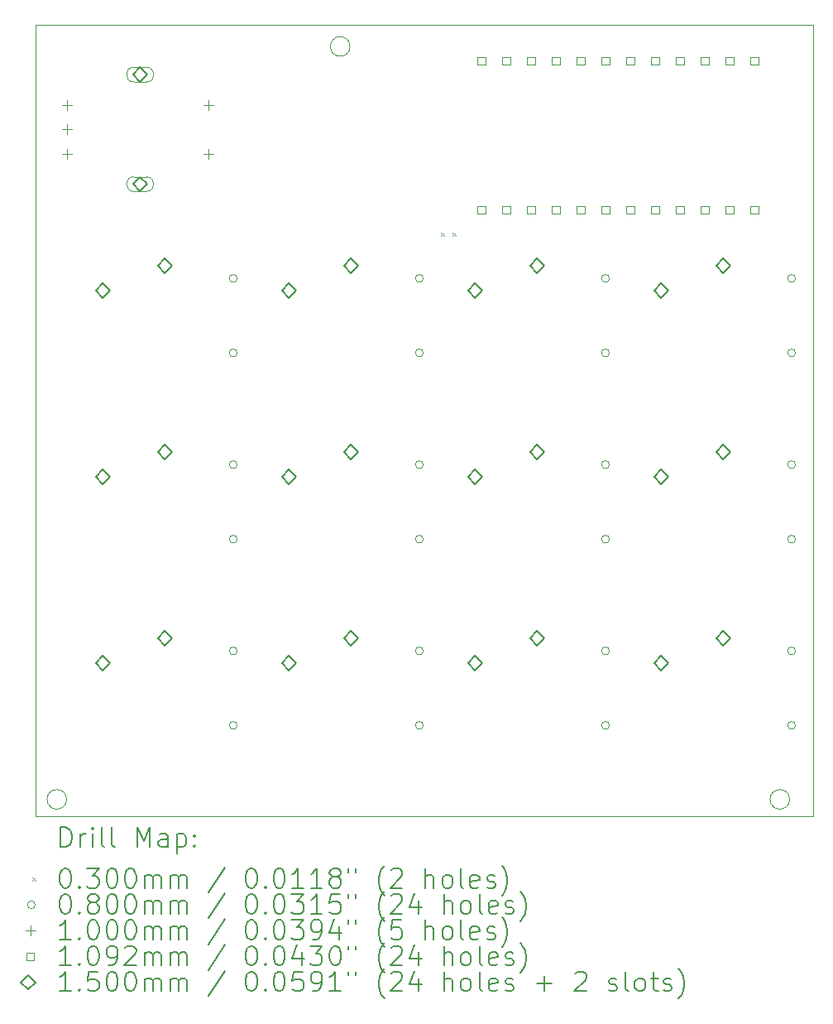
<source format=gbr>
%TF.GenerationSoftware,KiCad,Pcbnew,8.0.8*%
%TF.CreationDate,2025-02-10T09:22:13+01:00*%
%TF.ProjectId,better,62657474-6572-42e6-9b69-6361645f7063,rev?*%
%TF.SameCoordinates,Original*%
%TF.FileFunction,Drillmap*%
%TF.FilePolarity,Positive*%
%FSLAX45Y45*%
G04 Gerber Fmt 4.5, Leading zero omitted, Abs format (unit mm)*
G04 Created by KiCad (PCBNEW 8.0.8) date 2025-02-10 09:22:13*
%MOMM*%
%LPD*%
G01*
G04 APERTURE LIST*
%ADD10C,0.050000*%
%ADD11C,0.200000*%
%ADD12C,0.100000*%
%ADD13C,0.109220*%
%ADD14C,0.150000*%
G04 APERTURE END LIST*
D10*
X21023500Y-10916500D02*
G75*
G02*
X20823500Y-10916500I-100000J0D01*
G01*
X20823500Y-10916500D02*
G75*
G02*
X21023500Y-10916500I100000J0D01*
G01*
X13304437Y-2992437D02*
X21262563Y-2992437D01*
X21262563Y-11088688D01*
X13304437Y-11088688D01*
X13304437Y-2992437D01*
X16523500Y-3216500D02*
G75*
G02*
X16323500Y-3216500I-100000J0D01*
G01*
X16323500Y-3216500D02*
G75*
G02*
X16523500Y-3216500I100000J0D01*
G01*
X13623500Y-10916500D02*
G75*
G02*
X13423500Y-10916500I-100000J0D01*
G01*
X13423500Y-10916500D02*
G75*
G02*
X13623500Y-10916500I100000J0D01*
G01*
D11*
D12*
X17456625Y-5120563D02*
X17486625Y-5150563D01*
X17486625Y-5120563D02*
X17456625Y-5150563D01*
X17575688Y-5120563D02*
X17605688Y-5150563D01*
X17605688Y-5120563D02*
X17575688Y-5150563D01*
X15368500Y-5588000D02*
G75*
G02*
X15288500Y-5588000I-40000J0D01*
G01*
X15288500Y-5588000D02*
G75*
G02*
X15368500Y-5588000I40000J0D01*
G01*
X15368500Y-6350000D02*
G75*
G02*
X15288500Y-6350000I-40000J0D01*
G01*
X15288500Y-6350000D02*
G75*
G02*
X15368500Y-6350000I40000J0D01*
G01*
X15368500Y-7493000D02*
G75*
G02*
X15288500Y-7493000I-40000J0D01*
G01*
X15288500Y-7493000D02*
G75*
G02*
X15368500Y-7493000I40000J0D01*
G01*
X15368500Y-8255000D02*
G75*
G02*
X15288500Y-8255000I-40000J0D01*
G01*
X15288500Y-8255000D02*
G75*
G02*
X15368500Y-8255000I40000J0D01*
G01*
X15368500Y-9398000D02*
G75*
G02*
X15288500Y-9398000I-40000J0D01*
G01*
X15288500Y-9398000D02*
G75*
G02*
X15368500Y-9398000I40000J0D01*
G01*
X15368500Y-10160000D02*
G75*
G02*
X15288500Y-10160000I-40000J0D01*
G01*
X15288500Y-10160000D02*
G75*
G02*
X15368500Y-10160000I40000J0D01*
G01*
X17273500Y-5588000D02*
G75*
G02*
X17193500Y-5588000I-40000J0D01*
G01*
X17193500Y-5588000D02*
G75*
G02*
X17273500Y-5588000I40000J0D01*
G01*
X17273500Y-6350000D02*
G75*
G02*
X17193500Y-6350000I-40000J0D01*
G01*
X17193500Y-6350000D02*
G75*
G02*
X17273500Y-6350000I40000J0D01*
G01*
X17273500Y-7493000D02*
G75*
G02*
X17193500Y-7493000I-40000J0D01*
G01*
X17193500Y-7493000D02*
G75*
G02*
X17273500Y-7493000I40000J0D01*
G01*
X17273500Y-8255000D02*
G75*
G02*
X17193500Y-8255000I-40000J0D01*
G01*
X17193500Y-8255000D02*
G75*
G02*
X17273500Y-8255000I40000J0D01*
G01*
X17273500Y-9398000D02*
G75*
G02*
X17193500Y-9398000I-40000J0D01*
G01*
X17193500Y-9398000D02*
G75*
G02*
X17273500Y-9398000I40000J0D01*
G01*
X17273500Y-10160000D02*
G75*
G02*
X17193500Y-10160000I-40000J0D01*
G01*
X17193500Y-10160000D02*
G75*
G02*
X17273500Y-10160000I40000J0D01*
G01*
X19178500Y-5588000D02*
G75*
G02*
X19098500Y-5588000I-40000J0D01*
G01*
X19098500Y-5588000D02*
G75*
G02*
X19178500Y-5588000I40000J0D01*
G01*
X19178500Y-6350000D02*
G75*
G02*
X19098500Y-6350000I-40000J0D01*
G01*
X19098500Y-6350000D02*
G75*
G02*
X19178500Y-6350000I40000J0D01*
G01*
X19178500Y-7493000D02*
G75*
G02*
X19098500Y-7493000I-40000J0D01*
G01*
X19098500Y-7493000D02*
G75*
G02*
X19178500Y-7493000I40000J0D01*
G01*
X19178500Y-8255000D02*
G75*
G02*
X19098500Y-8255000I-40000J0D01*
G01*
X19098500Y-8255000D02*
G75*
G02*
X19178500Y-8255000I40000J0D01*
G01*
X19178500Y-9398000D02*
G75*
G02*
X19098500Y-9398000I-40000J0D01*
G01*
X19098500Y-9398000D02*
G75*
G02*
X19178500Y-9398000I40000J0D01*
G01*
X19178500Y-10160000D02*
G75*
G02*
X19098500Y-10160000I-40000J0D01*
G01*
X19098500Y-10160000D02*
G75*
G02*
X19178500Y-10160000I40000J0D01*
G01*
X21083500Y-5588000D02*
G75*
G02*
X21003500Y-5588000I-40000J0D01*
G01*
X21003500Y-5588000D02*
G75*
G02*
X21083500Y-5588000I40000J0D01*
G01*
X21083500Y-6350000D02*
G75*
G02*
X21003500Y-6350000I-40000J0D01*
G01*
X21003500Y-6350000D02*
G75*
G02*
X21083500Y-6350000I40000J0D01*
G01*
X21083500Y-7493000D02*
G75*
G02*
X21003500Y-7493000I-40000J0D01*
G01*
X21003500Y-7493000D02*
G75*
G02*
X21083500Y-7493000I40000J0D01*
G01*
X21083500Y-8255000D02*
G75*
G02*
X21003500Y-8255000I-40000J0D01*
G01*
X21003500Y-8255000D02*
G75*
G02*
X21083500Y-8255000I40000J0D01*
G01*
X21083500Y-9398000D02*
G75*
G02*
X21003500Y-9398000I-40000J0D01*
G01*
X21003500Y-9398000D02*
G75*
G02*
X21083500Y-9398000I40000J0D01*
G01*
X21083500Y-10160000D02*
G75*
G02*
X21003500Y-10160000I-40000J0D01*
G01*
X21003500Y-10160000D02*
G75*
G02*
X21083500Y-10160000I40000J0D01*
G01*
X13626000Y-3764000D02*
X13626000Y-3864000D01*
X13576000Y-3814000D02*
X13676000Y-3814000D01*
X13626000Y-4014000D02*
X13626000Y-4114000D01*
X13576000Y-4064000D02*
X13676000Y-4064000D01*
X13626000Y-4264000D02*
X13626000Y-4364000D01*
X13576000Y-4314000D02*
X13676000Y-4314000D01*
X15076000Y-3764000D02*
X15076000Y-3864000D01*
X15026000Y-3814000D02*
X15126000Y-3814000D01*
X15076000Y-4264000D02*
X15076000Y-4364000D01*
X15026000Y-4314000D02*
X15126000Y-4314000D01*
D13*
X17907116Y-3404115D02*
X17907116Y-3326884D01*
X17829885Y-3326884D01*
X17829885Y-3404115D01*
X17907116Y-3404115D01*
X17907116Y-4928116D02*
X17907116Y-4850885D01*
X17829885Y-4850885D01*
X17829885Y-4928116D01*
X17907116Y-4928116D01*
X18161116Y-3404115D02*
X18161116Y-3326884D01*
X18083885Y-3326884D01*
X18083885Y-3404115D01*
X18161116Y-3404115D01*
X18161116Y-4928116D02*
X18161116Y-4850885D01*
X18083885Y-4850885D01*
X18083885Y-4928116D01*
X18161116Y-4928116D01*
X18415116Y-3404115D02*
X18415116Y-3326884D01*
X18337885Y-3326884D01*
X18337885Y-3404115D01*
X18415116Y-3404115D01*
X18415116Y-4928116D02*
X18415116Y-4850885D01*
X18337885Y-4850885D01*
X18337885Y-4928116D01*
X18415116Y-4928116D01*
X18669116Y-3404115D02*
X18669116Y-3326884D01*
X18591885Y-3326884D01*
X18591885Y-3404115D01*
X18669116Y-3404115D01*
X18669116Y-4928116D02*
X18669116Y-4850885D01*
X18591885Y-4850885D01*
X18591885Y-4928116D01*
X18669116Y-4928116D01*
X18923116Y-3404115D02*
X18923116Y-3326884D01*
X18845885Y-3326884D01*
X18845885Y-3404115D01*
X18923116Y-3404115D01*
X18923116Y-4928116D02*
X18923116Y-4850885D01*
X18845885Y-4850885D01*
X18845885Y-4928116D01*
X18923116Y-4928116D01*
X19177116Y-3404115D02*
X19177116Y-3326884D01*
X19099885Y-3326884D01*
X19099885Y-3404115D01*
X19177116Y-3404115D01*
X19177116Y-4928116D02*
X19177116Y-4850885D01*
X19099885Y-4850885D01*
X19099885Y-4928116D01*
X19177116Y-4928116D01*
X19431116Y-3404115D02*
X19431116Y-3326884D01*
X19353885Y-3326884D01*
X19353885Y-3404115D01*
X19431116Y-3404115D01*
X19431116Y-4928116D02*
X19431116Y-4850885D01*
X19353885Y-4850885D01*
X19353885Y-4928116D01*
X19431116Y-4928116D01*
X19685116Y-3404115D02*
X19685116Y-3326884D01*
X19607885Y-3326884D01*
X19607885Y-3404115D01*
X19685116Y-3404115D01*
X19685116Y-4928116D02*
X19685116Y-4850885D01*
X19607885Y-4850885D01*
X19607885Y-4928116D01*
X19685116Y-4928116D01*
X19939116Y-3404115D02*
X19939116Y-3326884D01*
X19861885Y-3326884D01*
X19861885Y-3404115D01*
X19939116Y-3404115D01*
X19939116Y-4928116D02*
X19939116Y-4850885D01*
X19861885Y-4850885D01*
X19861885Y-4928116D01*
X19939116Y-4928116D01*
X20193116Y-3404115D02*
X20193116Y-3326884D01*
X20115885Y-3326884D01*
X20115885Y-3404115D01*
X20193116Y-3404115D01*
X20193116Y-4928116D02*
X20193116Y-4850885D01*
X20115885Y-4850885D01*
X20115885Y-4928116D01*
X20193116Y-4928116D01*
X20447116Y-3404115D02*
X20447116Y-3326884D01*
X20369885Y-3326884D01*
X20369885Y-3404115D01*
X20447116Y-3404115D01*
X20447116Y-4928116D02*
X20447116Y-4850885D01*
X20369885Y-4850885D01*
X20369885Y-4928116D01*
X20447116Y-4928116D01*
X20701116Y-3404115D02*
X20701116Y-3326884D01*
X20623885Y-3326884D01*
X20623885Y-3404115D01*
X20701116Y-3404115D01*
X20701116Y-4928116D02*
X20701116Y-4850885D01*
X20623885Y-4850885D01*
X20623885Y-4928116D01*
X20701116Y-4928116D01*
D14*
X13995000Y-5790000D02*
X14070000Y-5715000D01*
X13995000Y-5640000D01*
X13920000Y-5715000D01*
X13995000Y-5790000D01*
X13995000Y-7695000D02*
X14070000Y-7620000D01*
X13995000Y-7545000D01*
X13920000Y-7620000D01*
X13995000Y-7695000D01*
X13995000Y-9600000D02*
X14070000Y-9525000D01*
X13995000Y-9450000D01*
X13920000Y-9525000D01*
X13995000Y-9600000D01*
X14376000Y-3579000D02*
X14451000Y-3504000D01*
X14376000Y-3429000D01*
X14301000Y-3504000D01*
X14376000Y-3579000D01*
D12*
X14311000Y-3579000D02*
X14441000Y-3579000D01*
X14441000Y-3429000D02*
G75*
G02*
X14441000Y-3579000I0J-75000D01*
G01*
X14441000Y-3429000D02*
X14311000Y-3429000D01*
X14311000Y-3429000D02*
G75*
G03*
X14311000Y-3579000I0J-75000D01*
G01*
D14*
X14376000Y-4699000D02*
X14451000Y-4624000D01*
X14376000Y-4549000D01*
X14301000Y-4624000D01*
X14376000Y-4699000D01*
D12*
X14311000Y-4699000D02*
X14441000Y-4699000D01*
X14441000Y-4549000D02*
G75*
G02*
X14441000Y-4699000I0J-75000D01*
G01*
X14441000Y-4549000D02*
X14311000Y-4549000D01*
X14311000Y-4549000D02*
G75*
G03*
X14311000Y-4699000I0J-75000D01*
G01*
D14*
X14630000Y-5536000D02*
X14705000Y-5461000D01*
X14630000Y-5386000D01*
X14555000Y-5461000D01*
X14630000Y-5536000D01*
X14630000Y-7441000D02*
X14705000Y-7366000D01*
X14630000Y-7291000D01*
X14555000Y-7366000D01*
X14630000Y-7441000D01*
X14630000Y-9346000D02*
X14705000Y-9271000D01*
X14630000Y-9196000D01*
X14555000Y-9271000D01*
X14630000Y-9346000D01*
X15900000Y-5790000D02*
X15975000Y-5715000D01*
X15900000Y-5640000D01*
X15825000Y-5715000D01*
X15900000Y-5790000D01*
X15900000Y-7695000D02*
X15975000Y-7620000D01*
X15900000Y-7545000D01*
X15825000Y-7620000D01*
X15900000Y-7695000D01*
X15900000Y-9600000D02*
X15975000Y-9525000D01*
X15900000Y-9450000D01*
X15825000Y-9525000D01*
X15900000Y-9600000D01*
X16535000Y-5536000D02*
X16610000Y-5461000D01*
X16535000Y-5386000D01*
X16460000Y-5461000D01*
X16535000Y-5536000D01*
X16535000Y-7441000D02*
X16610000Y-7366000D01*
X16535000Y-7291000D01*
X16460000Y-7366000D01*
X16535000Y-7441000D01*
X16535000Y-9346000D02*
X16610000Y-9271000D01*
X16535000Y-9196000D01*
X16460000Y-9271000D01*
X16535000Y-9346000D01*
X17805000Y-5790000D02*
X17880000Y-5715000D01*
X17805000Y-5640000D01*
X17730000Y-5715000D01*
X17805000Y-5790000D01*
X17805000Y-7695000D02*
X17880000Y-7620000D01*
X17805000Y-7545000D01*
X17730000Y-7620000D01*
X17805000Y-7695000D01*
X17805000Y-9600000D02*
X17880000Y-9525000D01*
X17805000Y-9450000D01*
X17730000Y-9525000D01*
X17805000Y-9600000D01*
X18440000Y-5536000D02*
X18515000Y-5461000D01*
X18440000Y-5386000D01*
X18365000Y-5461000D01*
X18440000Y-5536000D01*
X18440000Y-7441000D02*
X18515000Y-7366000D01*
X18440000Y-7291000D01*
X18365000Y-7366000D01*
X18440000Y-7441000D01*
X18440000Y-9346000D02*
X18515000Y-9271000D01*
X18440000Y-9196000D01*
X18365000Y-9271000D01*
X18440000Y-9346000D01*
X19710000Y-5790000D02*
X19785000Y-5715000D01*
X19710000Y-5640000D01*
X19635000Y-5715000D01*
X19710000Y-5790000D01*
X19710000Y-7695000D02*
X19785000Y-7620000D01*
X19710000Y-7545000D01*
X19635000Y-7620000D01*
X19710000Y-7695000D01*
X19710000Y-9600000D02*
X19785000Y-9525000D01*
X19710000Y-9450000D01*
X19635000Y-9525000D01*
X19710000Y-9600000D01*
X20345000Y-5536000D02*
X20420000Y-5461000D01*
X20345000Y-5386000D01*
X20270000Y-5461000D01*
X20345000Y-5536000D01*
X20345000Y-7441000D02*
X20420000Y-7366000D01*
X20345000Y-7291000D01*
X20270000Y-7366000D01*
X20345000Y-7441000D01*
X20345000Y-9346000D02*
X20420000Y-9271000D01*
X20345000Y-9196000D01*
X20270000Y-9271000D01*
X20345000Y-9346000D01*
D11*
X13562714Y-11402671D02*
X13562714Y-11202671D01*
X13562714Y-11202671D02*
X13610333Y-11202671D01*
X13610333Y-11202671D02*
X13638905Y-11212195D01*
X13638905Y-11212195D02*
X13657952Y-11231243D01*
X13657952Y-11231243D02*
X13667476Y-11250290D01*
X13667476Y-11250290D02*
X13677000Y-11288385D01*
X13677000Y-11288385D02*
X13677000Y-11316957D01*
X13677000Y-11316957D02*
X13667476Y-11355052D01*
X13667476Y-11355052D02*
X13657952Y-11374100D01*
X13657952Y-11374100D02*
X13638905Y-11393147D01*
X13638905Y-11393147D02*
X13610333Y-11402671D01*
X13610333Y-11402671D02*
X13562714Y-11402671D01*
X13762714Y-11402671D02*
X13762714Y-11269338D01*
X13762714Y-11307433D02*
X13772238Y-11288385D01*
X13772238Y-11288385D02*
X13781762Y-11278862D01*
X13781762Y-11278862D02*
X13800809Y-11269338D01*
X13800809Y-11269338D02*
X13819857Y-11269338D01*
X13886524Y-11402671D02*
X13886524Y-11269338D01*
X13886524Y-11202671D02*
X13877000Y-11212195D01*
X13877000Y-11212195D02*
X13886524Y-11221719D01*
X13886524Y-11221719D02*
X13896048Y-11212195D01*
X13896048Y-11212195D02*
X13886524Y-11202671D01*
X13886524Y-11202671D02*
X13886524Y-11221719D01*
X14010333Y-11402671D02*
X13991286Y-11393147D01*
X13991286Y-11393147D02*
X13981762Y-11374100D01*
X13981762Y-11374100D02*
X13981762Y-11202671D01*
X14115095Y-11402671D02*
X14096048Y-11393147D01*
X14096048Y-11393147D02*
X14086524Y-11374100D01*
X14086524Y-11374100D02*
X14086524Y-11202671D01*
X14343667Y-11402671D02*
X14343667Y-11202671D01*
X14343667Y-11202671D02*
X14410333Y-11345528D01*
X14410333Y-11345528D02*
X14477000Y-11202671D01*
X14477000Y-11202671D02*
X14477000Y-11402671D01*
X14657952Y-11402671D02*
X14657952Y-11297909D01*
X14657952Y-11297909D02*
X14648429Y-11278862D01*
X14648429Y-11278862D02*
X14629381Y-11269338D01*
X14629381Y-11269338D02*
X14591286Y-11269338D01*
X14591286Y-11269338D02*
X14572238Y-11278862D01*
X14657952Y-11393147D02*
X14638905Y-11402671D01*
X14638905Y-11402671D02*
X14591286Y-11402671D01*
X14591286Y-11402671D02*
X14572238Y-11393147D01*
X14572238Y-11393147D02*
X14562714Y-11374100D01*
X14562714Y-11374100D02*
X14562714Y-11355052D01*
X14562714Y-11355052D02*
X14572238Y-11336005D01*
X14572238Y-11336005D02*
X14591286Y-11326481D01*
X14591286Y-11326481D02*
X14638905Y-11326481D01*
X14638905Y-11326481D02*
X14657952Y-11316957D01*
X14753190Y-11269338D02*
X14753190Y-11469338D01*
X14753190Y-11278862D02*
X14772238Y-11269338D01*
X14772238Y-11269338D02*
X14810333Y-11269338D01*
X14810333Y-11269338D02*
X14829381Y-11278862D01*
X14829381Y-11278862D02*
X14838905Y-11288385D01*
X14838905Y-11288385D02*
X14848429Y-11307433D01*
X14848429Y-11307433D02*
X14848429Y-11364576D01*
X14848429Y-11364576D02*
X14838905Y-11383624D01*
X14838905Y-11383624D02*
X14829381Y-11393147D01*
X14829381Y-11393147D02*
X14810333Y-11402671D01*
X14810333Y-11402671D02*
X14772238Y-11402671D01*
X14772238Y-11402671D02*
X14753190Y-11393147D01*
X14934143Y-11383624D02*
X14943667Y-11393147D01*
X14943667Y-11393147D02*
X14934143Y-11402671D01*
X14934143Y-11402671D02*
X14924619Y-11393147D01*
X14924619Y-11393147D02*
X14934143Y-11383624D01*
X14934143Y-11383624D02*
X14934143Y-11402671D01*
X14934143Y-11278862D02*
X14943667Y-11288385D01*
X14943667Y-11288385D02*
X14934143Y-11297909D01*
X14934143Y-11297909D02*
X14924619Y-11288385D01*
X14924619Y-11288385D02*
X14934143Y-11278862D01*
X14934143Y-11278862D02*
X14934143Y-11297909D01*
D12*
X13271937Y-11716187D02*
X13301937Y-11746187D01*
X13301937Y-11716187D02*
X13271937Y-11746187D01*
D11*
X13600809Y-11622671D02*
X13619857Y-11622671D01*
X13619857Y-11622671D02*
X13638905Y-11632195D01*
X13638905Y-11632195D02*
X13648429Y-11641719D01*
X13648429Y-11641719D02*
X13657952Y-11660766D01*
X13657952Y-11660766D02*
X13667476Y-11698862D01*
X13667476Y-11698862D02*
X13667476Y-11746481D01*
X13667476Y-11746481D02*
X13657952Y-11784576D01*
X13657952Y-11784576D02*
X13648429Y-11803624D01*
X13648429Y-11803624D02*
X13638905Y-11813147D01*
X13638905Y-11813147D02*
X13619857Y-11822671D01*
X13619857Y-11822671D02*
X13600809Y-11822671D01*
X13600809Y-11822671D02*
X13581762Y-11813147D01*
X13581762Y-11813147D02*
X13572238Y-11803624D01*
X13572238Y-11803624D02*
X13562714Y-11784576D01*
X13562714Y-11784576D02*
X13553190Y-11746481D01*
X13553190Y-11746481D02*
X13553190Y-11698862D01*
X13553190Y-11698862D02*
X13562714Y-11660766D01*
X13562714Y-11660766D02*
X13572238Y-11641719D01*
X13572238Y-11641719D02*
X13581762Y-11632195D01*
X13581762Y-11632195D02*
X13600809Y-11622671D01*
X13753190Y-11803624D02*
X13762714Y-11813147D01*
X13762714Y-11813147D02*
X13753190Y-11822671D01*
X13753190Y-11822671D02*
X13743667Y-11813147D01*
X13743667Y-11813147D02*
X13753190Y-11803624D01*
X13753190Y-11803624D02*
X13753190Y-11822671D01*
X13829381Y-11622671D02*
X13953190Y-11622671D01*
X13953190Y-11622671D02*
X13886524Y-11698862D01*
X13886524Y-11698862D02*
X13915095Y-11698862D01*
X13915095Y-11698862D02*
X13934143Y-11708385D01*
X13934143Y-11708385D02*
X13943667Y-11717909D01*
X13943667Y-11717909D02*
X13953190Y-11736957D01*
X13953190Y-11736957D02*
X13953190Y-11784576D01*
X13953190Y-11784576D02*
X13943667Y-11803624D01*
X13943667Y-11803624D02*
X13934143Y-11813147D01*
X13934143Y-11813147D02*
X13915095Y-11822671D01*
X13915095Y-11822671D02*
X13857952Y-11822671D01*
X13857952Y-11822671D02*
X13838905Y-11813147D01*
X13838905Y-11813147D02*
X13829381Y-11803624D01*
X14077000Y-11622671D02*
X14096048Y-11622671D01*
X14096048Y-11622671D02*
X14115095Y-11632195D01*
X14115095Y-11632195D02*
X14124619Y-11641719D01*
X14124619Y-11641719D02*
X14134143Y-11660766D01*
X14134143Y-11660766D02*
X14143667Y-11698862D01*
X14143667Y-11698862D02*
X14143667Y-11746481D01*
X14143667Y-11746481D02*
X14134143Y-11784576D01*
X14134143Y-11784576D02*
X14124619Y-11803624D01*
X14124619Y-11803624D02*
X14115095Y-11813147D01*
X14115095Y-11813147D02*
X14096048Y-11822671D01*
X14096048Y-11822671D02*
X14077000Y-11822671D01*
X14077000Y-11822671D02*
X14057952Y-11813147D01*
X14057952Y-11813147D02*
X14048429Y-11803624D01*
X14048429Y-11803624D02*
X14038905Y-11784576D01*
X14038905Y-11784576D02*
X14029381Y-11746481D01*
X14029381Y-11746481D02*
X14029381Y-11698862D01*
X14029381Y-11698862D02*
X14038905Y-11660766D01*
X14038905Y-11660766D02*
X14048429Y-11641719D01*
X14048429Y-11641719D02*
X14057952Y-11632195D01*
X14057952Y-11632195D02*
X14077000Y-11622671D01*
X14267476Y-11622671D02*
X14286524Y-11622671D01*
X14286524Y-11622671D02*
X14305571Y-11632195D01*
X14305571Y-11632195D02*
X14315095Y-11641719D01*
X14315095Y-11641719D02*
X14324619Y-11660766D01*
X14324619Y-11660766D02*
X14334143Y-11698862D01*
X14334143Y-11698862D02*
X14334143Y-11746481D01*
X14334143Y-11746481D02*
X14324619Y-11784576D01*
X14324619Y-11784576D02*
X14315095Y-11803624D01*
X14315095Y-11803624D02*
X14305571Y-11813147D01*
X14305571Y-11813147D02*
X14286524Y-11822671D01*
X14286524Y-11822671D02*
X14267476Y-11822671D01*
X14267476Y-11822671D02*
X14248429Y-11813147D01*
X14248429Y-11813147D02*
X14238905Y-11803624D01*
X14238905Y-11803624D02*
X14229381Y-11784576D01*
X14229381Y-11784576D02*
X14219857Y-11746481D01*
X14219857Y-11746481D02*
X14219857Y-11698862D01*
X14219857Y-11698862D02*
X14229381Y-11660766D01*
X14229381Y-11660766D02*
X14238905Y-11641719D01*
X14238905Y-11641719D02*
X14248429Y-11632195D01*
X14248429Y-11632195D02*
X14267476Y-11622671D01*
X14419857Y-11822671D02*
X14419857Y-11689338D01*
X14419857Y-11708385D02*
X14429381Y-11698862D01*
X14429381Y-11698862D02*
X14448429Y-11689338D01*
X14448429Y-11689338D02*
X14477000Y-11689338D01*
X14477000Y-11689338D02*
X14496048Y-11698862D01*
X14496048Y-11698862D02*
X14505571Y-11717909D01*
X14505571Y-11717909D02*
X14505571Y-11822671D01*
X14505571Y-11717909D02*
X14515095Y-11698862D01*
X14515095Y-11698862D02*
X14534143Y-11689338D01*
X14534143Y-11689338D02*
X14562714Y-11689338D01*
X14562714Y-11689338D02*
X14581762Y-11698862D01*
X14581762Y-11698862D02*
X14591286Y-11717909D01*
X14591286Y-11717909D02*
X14591286Y-11822671D01*
X14686524Y-11822671D02*
X14686524Y-11689338D01*
X14686524Y-11708385D02*
X14696048Y-11698862D01*
X14696048Y-11698862D02*
X14715095Y-11689338D01*
X14715095Y-11689338D02*
X14743667Y-11689338D01*
X14743667Y-11689338D02*
X14762714Y-11698862D01*
X14762714Y-11698862D02*
X14772238Y-11717909D01*
X14772238Y-11717909D02*
X14772238Y-11822671D01*
X14772238Y-11717909D02*
X14781762Y-11698862D01*
X14781762Y-11698862D02*
X14800810Y-11689338D01*
X14800810Y-11689338D02*
X14829381Y-11689338D01*
X14829381Y-11689338D02*
X14848429Y-11698862D01*
X14848429Y-11698862D02*
X14857952Y-11717909D01*
X14857952Y-11717909D02*
X14857952Y-11822671D01*
X15248429Y-11613147D02*
X15077000Y-11870290D01*
X15505572Y-11622671D02*
X15524619Y-11622671D01*
X15524619Y-11622671D02*
X15543667Y-11632195D01*
X15543667Y-11632195D02*
X15553191Y-11641719D01*
X15553191Y-11641719D02*
X15562714Y-11660766D01*
X15562714Y-11660766D02*
X15572238Y-11698862D01*
X15572238Y-11698862D02*
X15572238Y-11746481D01*
X15572238Y-11746481D02*
X15562714Y-11784576D01*
X15562714Y-11784576D02*
X15553191Y-11803624D01*
X15553191Y-11803624D02*
X15543667Y-11813147D01*
X15543667Y-11813147D02*
X15524619Y-11822671D01*
X15524619Y-11822671D02*
X15505572Y-11822671D01*
X15505572Y-11822671D02*
X15486524Y-11813147D01*
X15486524Y-11813147D02*
X15477000Y-11803624D01*
X15477000Y-11803624D02*
X15467476Y-11784576D01*
X15467476Y-11784576D02*
X15457953Y-11746481D01*
X15457953Y-11746481D02*
X15457953Y-11698862D01*
X15457953Y-11698862D02*
X15467476Y-11660766D01*
X15467476Y-11660766D02*
X15477000Y-11641719D01*
X15477000Y-11641719D02*
X15486524Y-11632195D01*
X15486524Y-11632195D02*
X15505572Y-11622671D01*
X15657953Y-11803624D02*
X15667476Y-11813147D01*
X15667476Y-11813147D02*
X15657953Y-11822671D01*
X15657953Y-11822671D02*
X15648429Y-11813147D01*
X15648429Y-11813147D02*
X15657953Y-11803624D01*
X15657953Y-11803624D02*
X15657953Y-11822671D01*
X15791286Y-11622671D02*
X15810334Y-11622671D01*
X15810334Y-11622671D02*
X15829381Y-11632195D01*
X15829381Y-11632195D02*
X15838905Y-11641719D01*
X15838905Y-11641719D02*
X15848429Y-11660766D01*
X15848429Y-11660766D02*
X15857953Y-11698862D01*
X15857953Y-11698862D02*
X15857953Y-11746481D01*
X15857953Y-11746481D02*
X15848429Y-11784576D01*
X15848429Y-11784576D02*
X15838905Y-11803624D01*
X15838905Y-11803624D02*
X15829381Y-11813147D01*
X15829381Y-11813147D02*
X15810334Y-11822671D01*
X15810334Y-11822671D02*
X15791286Y-11822671D01*
X15791286Y-11822671D02*
X15772238Y-11813147D01*
X15772238Y-11813147D02*
X15762714Y-11803624D01*
X15762714Y-11803624D02*
X15753191Y-11784576D01*
X15753191Y-11784576D02*
X15743667Y-11746481D01*
X15743667Y-11746481D02*
X15743667Y-11698862D01*
X15743667Y-11698862D02*
X15753191Y-11660766D01*
X15753191Y-11660766D02*
X15762714Y-11641719D01*
X15762714Y-11641719D02*
X15772238Y-11632195D01*
X15772238Y-11632195D02*
X15791286Y-11622671D01*
X16048429Y-11822671D02*
X15934143Y-11822671D01*
X15991286Y-11822671D02*
X15991286Y-11622671D01*
X15991286Y-11622671D02*
X15972238Y-11651243D01*
X15972238Y-11651243D02*
X15953191Y-11670290D01*
X15953191Y-11670290D02*
X15934143Y-11679814D01*
X16238905Y-11822671D02*
X16124619Y-11822671D01*
X16181762Y-11822671D02*
X16181762Y-11622671D01*
X16181762Y-11622671D02*
X16162714Y-11651243D01*
X16162714Y-11651243D02*
X16143667Y-11670290D01*
X16143667Y-11670290D02*
X16124619Y-11679814D01*
X16353191Y-11708385D02*
X16334143Y-11698862D01*
X16334143Y-11698862D02*
X16324619Y-11689338D01*
X16324619Y-11689338D02*
X16315095Y-11670290D01*
X16315095Y-11670290D02*
X16315095Y-11660766D01*
X16315095Y-11660766D02*
X16324619Y-11641719D01*
X16324619Y-11641719D02*
X16334143Y-11632195D01*
X16334143Y-11632195D02*
X16353191Y-11622671D01*
X16353191Y-11622671D02*
X16391286Y-11622671D01*
X16391286Y-11622671D02*
X16410334Y-11632195D01*
X16410334Y-11632195D02*
X16419857Y-11641719D01*
X16419857Y-11641719D02*
X16429381Y-11660766D01*
X16429381Y-11660766D02*
X16429381Y-11670290D01*
X16429381Y-11670290D02*
X16419857Y-11689338D01*
X16419857Y-11689338D02*
X16410334Y-11698862D01*
X16410334Y-11698862D02*
X16391286Y-11708385D01*
X16391286Y-11708385D02*
X16353191Y-11708385D01*
X16353191Y-11708385D02*
X16334143Y-11717909D01*
X16334143Y-11717909D02*
X16324619Y-11727433D01*
X16324619Y-11727433D02*
X16315095Y-11746481D01*
X16315095Y-11746481D02*
X16315095Y-11784576D01*
X16315095Y-11784576D02*
X16324619Y-11803624D01*
X16324619Y-11803624D02*
X16334143Y-11813147D01*
X16334143Y-11813147D02*
X16353191Y-11822671D01*
X16353191Y-11822671D02*
X16391286Y-11822671D01*
X16391286Y-11822671D02*
X16410334Y-11813147D01*
X16410334Y-11813147D02*
X16419857Y-11803624D01*
X16419857Y-11803624D02*
X16429381Y-11784576D01*
X16429381Y-11784576D02*
X16429381Y-11746481D01*
X16429381Y-11746481D02*
X16419857Y-11727433D01*
X16419857Y-11727433D02*
X16410334Y-11717909D01*
X16410334Y-11717909D02*
X16391286Y-11708385D01*
X16505572Y-11622671D02*
X16505572Y-11660766D01*
X16581762Y-11622671D02*
X16581762Y-11660766D01*
X16877000Y-11898862D02*
X16867477Y-11889338D01*
X16867477Y-11889338D02*
X16848429Y-11860766D01*
X16848429Y-11860766D02*
X16838905Y-11841719D01*
X16838905Y-11841719D02*
X16829381Y-11813147D01*
X16829381Y-11813147D02*
X16819858Y-11765528D01*
X16819858Y-11765528D02*
X16819858Y-11727433D01*
X16819858Y-11727433D02*
X16829381Y-11679814D01*
X16829381Y-11679814D02*
X16838905Y-11651243D01*
X16838905Y-11651243D02*
X16848429Y-11632195D01*
X16848429Y-11632195D02*
X16867477Y-11603624D01*
X16867477Y-11603624D02*
X16877000Y-11594100D01*
X16943667Y-11641719D02*
X16953191Y-11632195D01*
X16953191Y-11632195D02*
X16972238Y-11622671D01*
X16972238Y-11622671D02*
X17019858Y-11622671D01*
X17019858Y-11622671D02*
X17038905Y-11632195D01*
X17038905Y-11632195D02*
X17048429Y-11641719D01*
X17048429Y-11641719D02*
X17057953Y-11660766D01*
X17057953Y-11660766D02*
X17057953Y-11679814D01*
X17057953Y-11679814D02*
X17048429Y-11708385D01*
X17048429Y-11708385D02*
X16934143Y-11822671D01*
X16934143Y-11822671D02*
X17057953Y-11822671D01*
X17296048Y-11822671D02*
X17296048Y-11622671D01*
X17381762Y-11822671D02*
X17381762Y-11717909D01*
X17381762Y-11717909D02*
X17372239Y-11698862D01*
X17372239Y-11698862D02*
X17353191Y-11689338D01*
X17353191Y-11689338D02*
X17324619Y-11689338D01*
X17324619Y-11689338D02*
X17305572Y-11698862D01*
X17305572Y-11698862D02*
X17296048Y-11708385D01*
X17505572Y-11822671D02*
X17486524Y-11813147D01*
X17486524Y-11813147D02*
X17477000Y-11803624D01*
X17477000Y-11803624D02*
X17467477Y-11784576D01*
X17467477Y-11784576D02*
X17467477Y-11727433D01*
X17467477Y-11727433D02*
X17477000Y-11708385D01*
X17477000Y-11708385D02*
X17486524Y-11698862D01*
X17486524Y-11698862D02*
X17505572Y-11689338D01*
X17505572Y-11689338D02*
X17534143Y-11689338D01*
X17534143Y-11689338D02*
X17553191Y-11698862D01*
X17553191Y-11698862D02*
X17562715Y-11708385D01*
X17562715Y-11708385D02*
X17572239Y-11727433D01*
X17572239Y-11727433D02*
X17572239Y-11784576D01*
X17572239Y-11784576D02*
X17562715Y-11803624D01*
X17562715Y-11803624D02*
X17553191Y-11813147D01*
X17553191Y-11813147D02*
X17534143Y-11822671D01*
X17534143Y-11822671D02*
X17505572Y-11822671D01*
X17686524Y-11822671D02*
X17667477Y-11813147D01*
X17667477Y-11813147D02*
X17657953Y-11794100D01*
X17657953Y-11794100D02*
X17657953Y-11622671D01*
X17838905Y-11813147D02*
X17819858Y-11822671D01*
X17819858Y-11822671D02*
X17781762Y-11822671D01*
X17781762Y-11822671D02*
X17762715Y-11813147D01*
X17762715Y-11813147D02*
X17753191Y-11794100D01*
X17753191Y-11794100D02*
X17753191Y-11717909D01*
X17753191Y-11717909D02*
X17762715Y-11698862D01*
X17762715Y-11698862D02*
X17781762Y-11689338D01*
X17781762Y-11689338D02*
X17819858Y-11689338D01*
X17819858Y-11689338D02*
X17838905Y-11698862D01*
X17838905Y-11698862D02*
X17848429Y-11717909D01*
X17848429Y-11717909D02*
X17848429Y-11736957D01*
X17848429Y-11736957D02*
X17753191Y-11756005D01*
X17924620Y-11813147D02*
X17943667Y-11822671D01*
X17943667Y-11822671D02*
X17981762Y-11822671D01*
X17981762Y-11822671D02*
X18000810Y-11813147D01*
X18000810Y-11813147D02*
X18010334Y-11794100D01*
X18010334Y-11794100D02*
X18010334Y-11784576D01*
X18010334Y-11784576D02*
X18000810Y-11765528D01*
X18000810Y-11765528D02*
X17981762Y-11756005D01*
X17981762Y-11756005D02*
X17953191Y-11756005D01*
X17953191Y-11756005D02*
X17934143Y-11746481D01*
X17934143Y-11746481D02*
X17924620Y-11727433D01*
X17924620Y-11727433D02*
X17924620Y-11717909D01*
X17924620Y-11717909D02*
X17934143Y-11698862D01*
X17934143Y-11698862D02*
X17953191Y-11689338D01*
X17953191Y-11689338D02*
X17981762Y-11689338D01*
X17981762Y-11689338D02*
X18000810Y-11698862D01*
X18077001Y-11898862D02*
X18086524Y-11889338D01*
X18086524Y-11889338D02*
X18105572Y-11860766D01*
X18105572Y-11860766D02*
X18115096Y-11841719D01*
X18115096Y-11841719D02*
X18124620Y-11813147D01*
X18124620Y-11813147D02*
X18134143Y-11765528D01*
X18134143Y-11765528D02*
X18134143Y-11727433D01*
X18134143Y-11727433D02*
X18124620Y-11679814D01*
X18124620Y-11679814D02*
X18115096Y-11651243D01*
X18115096Y-11651243D02*
X18105572Y-11632195D01*
X18105572Y-11632195D02*
X18086524Y-11603624D01*
X18086524Y-11603624D02*
X18077001Y-11594100D01*
D12*
X13301937Y-11995187D02*
G75*
G02*
X13221937Y-11995187I-40000J0D01*
G01*
X13221937Y-11995187D02*
G75*
G02*
X13301937Y-11995187I40000J0D01*
G01*
D11*
X13600809Y-11886671D02*
X13619857Y-11886671D01*
X13619857Y-11886671D02*
X13638905Y-11896195D01*
X13638905Y-11896195D02*
X13648429Y-11905719D01*
X13648429Y-11905719D02*
X13657952Y-11924766D01*
X13657952Y-11924766D02*
X13667476Y-11962862D01*
X13667476Y-11962862D02*
X13667476Y-12010481D01*
X13667476Y-12010481D02*
X13657952Y-12048576D01*
X13657952Y-12048576D02*
X13648429Y-12067624D01*
X13648429Y-12067624D02*
X13638905Y-12077147D01*
X13638905Y-12077147D02*
X13619857Y-12086671D01*
X13619857Y-12086671D02*
X13600809Y-12086671D01*
X13600809Y-12086671D02*
X13581762Y-12077147D01*
X13581762Y-12077147D02*
X13572238Y-12067624D01*
X13572238Y-12067624D02*
X13562714Y-12048576D01*
X13562714Y-12048576D02*
X13553190Y-12010481D01*
X13553190Y-12010481D02*
X13553190Y-11962862D01*
X13553190Y-11962862D02*
X13562714Y-11924766D01*
X13562714Y-11924766D02*
X13572238Y-11905719D01*
X13572238Y-11905719D02*
X13581762Y-11896195D01*
X13581762Y-11896195D02*
X13600809Y-11886671D01*
X13753190Y-12067624D02*
X13762714Y-12077147D01*
X13762714Y-12077147D02*
X13753190Y-12086671D01*
X13753190Y-12086671D02*
X13743667Y-12077147D01*
X13743667Y-12077147D02*
X13753190Y-12067624D01*
X13753190Y-12067624D02*
X13753190Y-12086671D01*
X13877000Y-11972385D02*
X13857952Y-11962862D01*
X13857952Y-11962862D02*
X13848429Y-11953338D01*
X13848429Y-11953338D02*
X13838905Y-11934290D01*
X13838905Y-11934290D02*
X13838905Y-11924766D01*
X13838905Y-11924766D02*
X13848429Y-11905719D01*
X13848429Y-11905719D02*
X13857952Y-11896195D01*
X13857952Y-11896195D02*
X13877000Y-11886671D01*
X13877000Y-11886671D02*
X13915095Y-11886671D01*
X13915095Y-11886671D02*
X13934143Y-11896195D01*
X13934143Y-11896195D02*
X13943667Y-11905719D01*
X13943667Y-11905719D02*
X13953190Y-11924766D01*
X13953190Y-11924766D02*
X13953190Y-11934290D01*
X13953190Y-11934290D02*
X13943667Y-11953338D01*
X13943667Y-11953338D02*
X13934143Y-11962862D01*
X13934143Y-11962862D02*
X13915095Y-11972385D01*
X13915095Y-11972385D02*
X13877000Y-11972385D01*
X13877000Y-11972385D02*
X13857952Y-11981909D01*
X13857952Y-11981909D02*
X13848429Y-11991433D01*
X13848429Y-11991433D02*
X13838905Y-12010481D01*
X13838905Y-12010481D02*
X13838905Y-12048576D01*
X13838905Y-12048576D02*
X13848429Y-12067624D01*
X13848429Y-12067624D02*
X13857952Y-12077147D01*
X13857952Y-12077147D02*
X13877000Y-12086671D01*
X13877000Y-12086671D02*
X13915095Y-12086671D01*
X13915095Y-12086671D02*
X13934143Y-12077147D01*
X13934143Y-12077147D02*
X13943667Y-12067624D01*
X13943667Y-12067624D02*
X13953190Y-12048576D01*
X13953190Y-12048576D02*
X13953190Y-12010481D01*
X13953190Y-12010481D02*
X13943667Y-11991433D01*
X13943667Y-11991433D02*
X13934143Y-11981909D01*
X13934143Y-11981909D02*
X13915095Y-11972385D01*
X14077000Y-11886671D02*
X14096048Y-11886671D01*
X14096048Y-11886671D02*
X14115095Y-11896195D01*
X14115095Y-11896195D02*
X14124619Y-11905719D01*
X14124619Y-11905719D02*
X14134143Y-11924766D01*
X14134143Y-11924766D02*
X14143667Y-11962862D01*
X14143667Y-11962862D02*
X14143667Y-12010481D01*
X14143667Y-12010481D02*
X14134143Y-12048576D01*
X14134143Y-12048576D02*
X14124619Y-12067624D01*
X14124619Y-12067624D02*
X14115095Y-12077147D01*
X14115095Y-12077147D02*
X14096048Y-12086671D01*
X14096048Y-12086671D02*
X14077000Y-12086671D01*
X14077000Y-12086671D02*
X14057952Y-12077147D01*
X14057952Y-12077147D02*
X14048429Y-12067624D01*
X14048429Y-12067624D02*
X14038905Y-12048576D01*
X14038905Y-12048576D02*
X14029381Y-12010481D01*
X14029381Y-12010481D02*
X14029381Y-11962862D01*
X14029381Y-11962862D02*
X14038905Y-11924766D01*
X14038905Y-11924766D02*
X14048429Y-11905719D01*
X14048429Y-11905719D02*
X14057952Y-11896195D01*
X14057952Y-11896195D02*
X14077000Y-11886671D01*
X14267476Y-11886671D02*
X14286524Y-11886671D01*
X14286524Y-11886671D02*
X14305571Y-11896195D01*
X14305571Y-11896195D02*
X14315095Y-11905719D01*
X14315095Y-11905719D02*
X14324619Y-11924766D01*
X14324619Y-11924766D02*
X14334143Y-11962862D01*
X14334143Y-11962862D02*
X14334143Y-12010481D01*
X14334143Y-12010481D02*
X14324619Y-12048576D01*
X14324619Y-12048576D02*
X14315095Y-12067624D01*
X14315095Y-12067624D02*
X14305571Y-12077147D01*
X14305571Y-12077147D02*
X14286524Y-12086671D01*
X14286524Y-12086671D02*
X14267476Y-12086671D01*
X14267476Y-12086671D02*
X14248429Y-12077147D01*
X14248429Y-12077147D02*
X14238905Y-12067624D01*
X14238905Y-12067624D02*
X14229381Y-12048576D01*
X14229381Y-12048576D02*
X14219857Y-12010481D01*
X14219857Y-12010481D02*
X14219857Y-11962862D01*
X14219857Y-11962862D02*
X14229381Y-11924766D01*
X14229381Y-11924766D02*
X14238905Y-11905719D01*
X14238905Y-11905719D02*
X14248429Y-11896195D01*
X14248429Y-11896195D02*
X14267476Y-11886671D01*
X14419857Y-12086671D02*
X14419857Y-11953338D01*
X14419857Y-11972385D02*
X14429381Y-11962862D01*
X14429381Y-11962862D02*
X14448429Y-11953338D01*
X14448429Y-11953338D02*
X14477000Y-11953338D01*
X14477000Y-11953338D02*
X14496048Y-11962862D01*
X14496048Y-11962862D02*
X14505571Y-11981909D01*
X14505571Y-11981909D02*
X14505571Y-12086671D01*
X14505571Y-11981909D02*
X14515095Y-11962862D01*
X14515095Y-11962862D02*
X14534143Y-11953338D01*
X14534143Y-11953338D02*
X14562714Y-11953338D01*
X14562714Y-11953338D02*
X14581762Y-11962862D01*
X14581762Y-11962862D02*
X14591286Y-11981909D01*
X14591286Y-11981909D02*
X14591286Y-12086671D01*
X14686524Y-12086671D02*
X14686524Y-11953338D01*
X14686524Y-11972385D02*
X14696048Y-11962862D01*
X14696048Y-11962862D02*
X14715095Y-11953338D01*
X14715095Y-11953338D02*
X14743667Y-11953338D01*
X14743667Y-11953338D02*
X14762714Y-11962862D01*
X14762714Y-11962862D02*
X14772238Y-11981909D01*
X14772238Y-11981909D02*
X14772238Y-12086671D01*
X14772238Y-11981909D02*
X14781762Y-11962862D01*
X14781762Y-11962862D02*
X14800810Y-11953338D01*
X14800810Y-11953338D02*
X14829381Y-11953338D01*
X14829381Y-11953338D02*
X14848429Y-11962862D01*
X14848429Y-11962862D02*
X14857952Y-11981909D01*
X14857952Y-11981909D02*
X14857952Y-12086671D01*
X15248429Y-11877147D02*
X15077000Y-12134290D01*
X15505572Y-11886671D02*
X15524619Y-11886671D01*
X15524619Y-11886671D02*
X15543667Y-11896195D01*
X15543667Y-11896195D02*
X15553191Y-11905719D01*
X15553191Y-11905719D02*
X15562714Y-11924766D01*
X15562714Y-11924766D02*
X15572238Y-11962862D01*
X15572238Y-11962862D02*
X15572238Y-12010481D01*
X15572238Y-12010481D02*
X15562714Y-12048576D01*
X15562714Y-12048576D02*
X15553191Y-12067624D01*
X15553191Y-12067624D02*
X15543667Y-12077147D01*
X15543667Y-12077147D02*
X15524619Y-12086671D01*
X15524619Y-12086671D02*
X15505572Y-12086671D01*
X15505572Y-12086671D02*
X15486524Y-12077147D01*
X15486524Y-12077147D02*
X15477000Y-12067624D01*
X15477000Y-12067624D02*
X15467476Y-12048576D01*
X15467476Y-12048576D02*
X15457953Y-12010481D01*
X15457953Y-12010481D02*
X15457953Y-11962862D01*
X15457953Y-11962862D02*
X15467476Y-11924766D01*
X15467476Y-11924766D02*
X15477000Y-11905719D01*
X15477000Y-11905719D02*
X15486524Y-11896195D01*
X15486524Y-11896195D02*
X15505572Y-11886671D01*
X15657953Y-12067624D02*
X15667476Y-12077147D01*
X15667476Y-12077147D02*
X15657953Y-12086671D01*
X15657953Y-12086671D02*
X15648429Y-12077147D01*
X15648429Y-12077147D02*
X15657953Y-12067624D01*
X15657953Y-12067624D02*
X15657953Y-12086671D01*
X15791286Y-11886671D02*
X15810334Y-11886671D01*
X15810334Y-11886671D02*
X15829381Y-11896195D01*
X15829381Y-11896195D02*
X15838905Y-11905719D01*
X15838905Y-11905719D02*
X15848429Y-11924766D01*
X15848429Y-11924766D02*
X15857953Y-11962862D01*
X15857953Y-11962862D02*
X15857953Y-12010481D01*
X15857953Y-12010481D02*
X15848429Y-12048576D01*
X15848429Y-12048576D02*
X15838905Y-12067624D01*
X15838905Y-12067624D02*
X15829381Y-12077147D01*
X15829381Y-12077147D02*
X15810334Y-12086671D01*
X15810334Y-12086671D02*
X15791286Y-12086671D01*
X15791286Y-12086671D02*
X15772238Y-12077147D01*
X15772238Y-12077147D02*
X15762714Y-12067624D01*
X15762714Y-12067624D02*
X15753191Y-12048576D01*
X15753191Y-12048576D02*
X15743667Y-12010481D01*
X15743667Y-12010481D02*
X15743667Y-11962862D01*
X15743667Y-11962862D02*
X15753191Y-11924766D01*
X15753191Y-11924766D02*
X15762714Y-11905719D01*
X15762714Y-11905719D02*
X15772238Y-11896195D01*
X15772238Y-11896195D02*
X15791286Y-11886671D01*
X15924619Y-11886671D02*
X16048429Y-11886671D01*
X16048429Y-11886671D02*
X15981762Y-11962862D01*
X15981762Y-11962862D02*
X16010334Y-11962862D01*
X16010334Y-11962862D02*
X16029381Y-11972385D01*
X16029381Y-11972385D02*
X16038905Y-11981909D01*
X16038905Y-11981909D02*
X16048429Y-12000957D01*
X16048429Y-12000957D02*
X16048429Y-12048576D01*
X16048429Y-12048576D02*
X16038905Y-12067624D01*
X16038905Y-12067624D02*
X16029381Y-12077147D01*
X16029381Y-12077147D02*
X16010334Y-12086671D01*
X16010334Y-12086671D02*
X15953191Y-12086671D01*
X15953191Y-12086671D02*
X15934143Y-12077147D01*
X15934143Y-12077147D02*
X15924619Y-12067624D01*
X16238905Y-12086671D02*
X16124619Y-12086671D01*
X16181762Y-12086671D02*
X16181762Y-11886671D01*
X16181762Y-11886671D02*
X16162714Y-11915243D01*
X16162714Y-11915243D02*
X16143667Y-11934290D01*
X16143667Y-11934290D02*
X16124619Y-11943814D01*
X16419857Y-11886671D02*
X16324619Y-11886671D01*
X16324619Y-11886671D02*
X16315095Y-11981909D01*
X16315095Y-11981909D02*
X16324619Y-11972385D01*
X16324619Y-11972385D02*
X16343667Y-11962862D01*
X16343667Y-11962862D02*
X16391286Y-11962862D01*
X16391286Y-11962862D02*
X16410334Y-11972385D01*
X16410334Y-11972385D02*
X16419857Y-11981909D01*
X16419857Y-11981909D02*
X16429381Y-12000957D01*
X16429381Y-12000957D02*
X16429381Y-12048576D01*
X16429381Y-12048576D02*
X16419857Y-12067624D01*
X16419857Y-12067624D02*
X16410334Y-12077147D01*
X16410334Y-12077147D02*
X16391286Y-12086671D01*
X16391286Y-12086671D02*
X16343667Y-12086671D01*
X16343667Y-12086671D02*
X16324619Y-12077147D01*
X16324619Y-12077147D02*
X16315095Y-12067624D01*
X16505572Y-11886671D02*
X16505572Y-11924766D01*
X16581762Y-11886671D02*
X16581762Y-11924766D01*
X16877000Y-12162862D02*
X16867477Y-12153338D01*
X16867477Y-12153338D02*
X16848429Y-12124766D01*
X16848429Y-12124766D02*
X16838905Y-12105719D01*
X16838905Y-12105719D02*
X16829381Y-12077147D01*
X16829381Y-12077147D02*
X16819858Y-12029528D01*
X16819858Y-12029528D02*
X16819858Y-11991433D01*
X16819858Y-11991433D02*
X16829381Y-11943814D01*
X16829381Y-11943814D02*
X16838905Y-11915243D01*
X16838905Y-11915243D02*
X16848429Y-11896195D01*
X16848429Y-11896195D02*
X16867477Y-11867624D01*
X16867477Y-11867624D02*
X16877000Y-11858100D01*
X16943667Y-11905719D02*
X16953191Y-11896195D01*
X16953191Y-11896195D02*
X16972238Y-11886671D01*
X16972238Y-11886671D02*
X17019858Y-11886671D01*
X17019858Y-11886671D02*
X17038905Y-11896195D01*
X17038905Y-11896195D02*
X17048429Y-11905719D01*
X17048429Y-11905719D02*
X17057953Y-11924766D01*
X17057953Y-11924766D02*
X17057953Y-11943814D01*
X17057953Y-11943814D02*
X17048429Y-11972385D01*
X17048429Y-11972385D02*
X16934143Y-12086671D01*
X16934143Y-12086671D02*
X17057953Y-12086671D01*
X17229381Y-11953338D02*
X17229381Y-12086671D01*
X17181762Y-11877147D02*
X17134143Y-12020005D01*
X17134143Y-12020005D02*
X17257953Y-12020005D01*
X17486524Y-12086671D02*
X17486524Y-11886671D01*
X17572239Y-12086671D02*
X17572239Y-11981909D01*
X17572239Y-11981909D02*
X17562715Y-11962862D01*
X17562715Y-11962862D02*
X17543667Y-11953338D01*
X17543667Y-11953338D02*
X17515096Y-11953338D01*
X17515096Y-11953338D02*
X17496048Y-11962862D01*
X17496048Y-11962862D02*
X17486524Y-11972385D01*
X17696048Y-12086671D02*
X17677000Y-12077147D01*
X17677000Y-12077147D02*
X17667477Y-12067624D01*
X17667477Y-12067624D02*
X17657953Y-12048576D01*
X17657953Y-12048576D02*
X17657953Y-11991433D01*
X17657953Y-11991433D02*
X17667477Y-11972385D01*
X17667477Y-11972385D02*
X17677000Y-11962862D01*
X17677000Y-11962862D02*
X17696048Y-11953338D01*
X17696048Y-11953338D02*
X17724620Y-11953338D01*
X17724620Y-11953338D02*
X17743667Y-11962862D01*
X17743667Y-11962862D02*
X17753191Y-11972385D01*
X17753191Y-11972385D02*
X17762715Y-11991433D01*
X17762715Y-11991433D02*
X17762715Y-12048576D01*
X17762715Y-12048576D02*
X17753191Y-12067624D01*
X17753191Y-12067624D02*
X17743667Y-12077147D01*
X17743667Y-12077147D02*
X17724620Y-12086671D01*
X17724620Y-12086671D02*
X17696048Y-12086671D01*
X17877000Y-12086671D02*
X17857953Y-12077147D01*
X17857953Y-12077147D02*
X17848429Y-12058100D01*
X17848429Y-12058100D02*
X17848429Y-11886671D01*
X18029381Y-12077147D02*
X18010334Y-12086671D01*
X18010334Y-12086671D02*
X17972239Y-12086671D01*
X17972239Y-12086671D02*
X17953191Y-12077147D01*
X17953191Y-12077147D02*
X17943667Y-12058100D01*
X17943667Y-12058100D02*
X17943667Y-11981909D01*
X17943667Y-11981909D02*
X17953191Y-11962862D01*
X17953191Y-11962862D02*
X17972239Y-11953338D01*
X17972239Y-11953338D02*
X18010334Y-11953338D01*
X18010334Y-11953338D02*
X18029381Y-11962862D01*
X18029381Y-11962862D02*
X18038905Y-11981909D01*
X18038905Y-11981909D02*
X18038905Y-12000957D01*
X18038905Y-12000957D02*
X17943667Y-12020005D01*
X18115096Y-12077147D02*
X18134143Y-12086671D01*
X18134143Y-12086671D02*
X18172239Y-12086671D01*
X18172239Y-12086671D02*
X18191286Y-12077147D01*
X18191286Y-12077147D02*
X18200810Y-12058100D01*
X18200810Y-12058100D02*
X18200810Y-12048576D01*
X18200810Y-12048576D02*
X18191286Y-12029528D01*
X18191286Y-12029528D02*
X18172239Y-12020005D01*
X18172239Y-12020005D02*
X18143667Y-12020005D01*
X18143667Y-12020005D02*
X18124620Y-12010481D01*
X18124620Y-12010481D02*
X18115096Y-11991433D01*
X18115096Y-11991433D02*
X18115096Y-11981909D01*
X18115096Y-11981909D02*
X18124620Y-11962862D01*
X18124620Y-11962862D02*
X18143667Y-11953338D01*
X18143667Y-11953338D02*
X18172239Y-11953338D01*
X18172239Y-11953338D02*
X18191286Y-11962862D01*
X18267477Y-12162862D02*
X18277001Y-12153338D01*
X18277001Y-12153338D02*
X18296048Y-12124766D01*
X18296048Y-12124766D02*
X18305572Y-12105719D01*
X18305572Y-12105719D02*
X18315096Y-12077147D01*
X18315096Y-12077147D02*
X18324620Y-12029528D01*
X18324620Y-12029528D02*
X18324620Y-11991433D01*
X18324620Y-11991433D02*
X18315096Y-11943814D01*
X18315096Y-11943814D02*
X18305572Y-11915243D01*
X18305572Y-11915243D02*
X18296048Y-11896195D01*
X18296048Y-11896195D02*
X18277001Y-11867624D01*
X18277001Y-11867624D02*
X18267477Y-11858100D01*
D12*
X13251937Y-12209187D02*
X13251937Y-12309187D01*
X13201937Y-12259187D02*
X13301937Y-12259187D01*
D11*
X13667476Y-12350671D02*
X13553190Y-12350671D01*
X13610333Y-12350671D02*
X13610333Y-12150671D01*
X13610333Y-12150671D02*
X13591286Y-12179243D01*
X13591286Y-12179243D02*
X13572238Y-12198290D01*
X13572238Y-12198290D02*
X13553190Y-12207814D01*
X13753190Y-12331624D02*
X13762714Y-12341147D01*
X13762714Y-12341147D02*
X13753190Y-12350671D01*
X13753190Y-12350671D02*
X13743667Y-12341147D01*
X13743667Y-12341147D02*
X13753190Y-12331624D01*
X13753190Y-12331624D02*
X13753190Y-12350671D01*
X13886524Y-12150671D02*
X13905571Y-12150671D01*
X13905571Y-12150671D02*
X13924619Y-12160195D01*
X13924619Y-12160195D02*
X13934143Y-12169719D01*
X13934143Y-12169719D02*
X13943667Y-12188766D01*
X13943667Y-12188766D02*
X13953190Y-12226862D01*
X13953190Y-12226862D02*
X13953190Y-12274481D01*
X13953190Y-12274481D02*
X13943667Y-12312576D01*
X13943667Y-12312576D02*
X13934143Y-12331624D01*
X13934143Y-12331624D02*
X13924619Y-12341147D01*
X13924619Y-12341147D02*
X13905571Y-12350671D01*
X13905571Y-12350671D02*
X13886524Y-12350671D01*
X13886524Y-12350671D02*
X13867476Y-12341147D01*
X13867476Y-12341147D02*
X13857952Y-12331624D01*
X13857952Y-12331624D02*
X13848429Y-12312576D01*
X13848429Y-12312576D02*
X13838905Y-12274481D01*
X13838905Y-12274481D02*
X13838905Y-12226862D01*
X13838905Y-12226862D02*
X13848429Y-12188766D01*
X13848429Y-12188766D02*
X13857952Y-12169719D01*
X13857952Y-12169719D02*
X13867476Y-12160195D01*
X13867476Y-12160195D02*
X13886524Y-12150671D01*
X14077000Y-12150671D02*
X14096048Y-12150671D01*
X14096048Y-12150671D02*
X14115095Y-12160195D01*
X14115095Y-12160195D02*
X14124619Y-12169719D01*
X14124619Y-12169719D02*
X14134143Y-12188766D01*
X14134143Y-12188766D02*
X14143667Y-12226862D01*
X14143667Y-12226862D02*
X14143667Y-12274481D01*
X14143667Y-12274481D02*
X14134143Y-12312576D01*
X14134143Y-12312576D02*
X14124619Y-12331624D01*
X14124619Y-12331624D02*
X14115095Y-12341147D01*
X14115095Y-12341147D02*
X14096048Y-12350671D01*
X14096048Y-12350671D02*
X14077000Y-12350671D01*
X14077000Y-12350671D02*
X14057952Y-12341147D01*
X14057952Y-12341147D02*
X14048429Y-12331624D01*
X14048429Y-12331624D02*
X14038905Y-12312576D01*
X14038905Y-12312576D02*
X14029381Y-12274481D01*
X14029381Y-12274481D02*
X14029381Y-12226862D01*
X14029381Y-12226862D02*
X14038905Y-12188766D01*
X14038905Y-12188766D02*
X14048429Y-12169719D01*
X14048429Y-12169719D02*
X14057952Y-12160195D01*
X14057952Y-12160195D02*
X14077000Y-12150671D01*
X14267476Y-12150671D02*
X14286524Y-12150671D01*
X14286524Y-12150671D02*
X14305571Y-12160195D01*
X14305571Y-12160195D02*
X14315095Y-12169719D01*
X14315095Y-12169719D02*
X14324619Y-12188766D01*
X14324619Y-12188766D02*
X14334143Y-12226862D01*
X14334143Y-12226862D02*
X14334143Y-12274481D01*
X14334143Y-12274481D02*
X14324619Y-12312576D01*
X14324619Y-12312576D02*
X14315095Y-12331624D01*
X14315095Y-12331624D02*
X14305571Y-12341147D01*
X14305571Y-12341147D02*
X14286524Y-12350671D01*
X14286524Y-12350671D02*
X14267476Y-12350671D01*
X14267476Y-12350671D02*
X14248429Y-12341147D01*
X14248429Y-12341147D02*
X14238905Y-12331624D01*
X14238905Y-12331624D02*
X14229381Y-12312576D01*
X14229381Y-12312576D02*
X14219857Y-12274481D01*
X14219857Y-12274481D02*
X14219857Y-12226862D01*
X14219857Y-12226862D02*
X14229381Y-12188766D01*
X14229381Y-12188766D02*
X14238905Y-12169719D01*
X14238905Y-12169719D02*
X14248429Y-12160195D01*
X14248429Y-12160195D02*
X14267476Y-12150671D01*
X14419857Y-12350671D02*
X14419857Y-12217338D01*
X14419857Y-12236385D02*
X14429381Y-12226862D01*
X14429381Y-12226862D02*
X14448429Y-12217338D01*
X14448429Y-12217338D02*
X14477000Y-12217338D01*
X14477000Y-12217338D02*
X14496048Y-12226862D01*
X14496048Y-12226862D02*
X14505571Y-12245909D01*
X14505571Y-12245909D02*
X14505571Y-12350671D01*
X14505571Y-12245909D02*
X14515095Y-12226862D01*
X14515095Y-12226862D02*
X14534143Y-12217338D01*
X14534143Y-12217338D02*
X14562714Y-12217338D01*
X14562714Y-12217338D02*
X14581762Y-12226862D01*
X14581762Y-12226862D02*
X14591286Y-12245909D01*
X14591286Y-12245909D02*
X14591286Y-12350671D01*
X14686524Y-12350671D02*
X14686524Y-12217338D01*
X14686524Y-12236385D02*
X14696048Y-12226862D01*
X14696048Y-12226862D02*
X14715095Y-12217338D01*
X14715095Y-12217338D02*
X14743667Y-12217338D01*
X14743667Y-12217338D02*
X14762714Y-12226862D01*
X14762714Y-12226862D02*
X14772238Y-12245909D01*
X14772238Y-12245909D02*
X14772238Y-12350671D01*
X14772238Y-12245909D02*
X14781762Y-12226862D01*
X14781762Y-12226862D02*
X14800810Y-12217338D01*
X14800810Y-12217338D02*
X14829381Y-12217338D01*
X14829381Y-12217338D02*
X14848429Y-12226862D01*
X14848429Y-12226862D02*
X14857952Y-12245909D01*
X14857952Y-12245909D02*
X14857952Y-12350671D01*
X15248429Y-12141147D02*
X15077000Y-12398290D01*
X15505572Y-12150671D02*
X15524619Y-12150671D01*
X15524619Y-12150671D02*
X15543667Y-12160195D01*
X15543667Y-12160195D02*
X15553191Y-12169719D01*
X15553191Y-12169719D02*
X15562714Y-12188766D01*
X15562714Y-12188766D02*
X15572238Y-12226862D01*
X15572238Y-12226862D02*
X15572238Y-12274481D01*
X15572238Y-12274481D02*
X15562714Y-12312576D01*
X15562714Y-12312576D02*
X15553191Y-12331624D01*
X15553191Y-12331624D02*
X15543667Y-12341147D01*
X15543667Y-12341147D02*
X15524619Y-12350671D01*
X15524619Y-12350671D02*
X15505572Y-12350671D01*
X15505572Y-12350671D02*
X15486524Y-12341147D01*
X15486524Y-12341147D02*
X15477000Y-12331624D01*
X15477000Y-12331624D02*
X15467476Y-12312576D01*
X15467476Y-12312576D02*
X15457953Y-12274481D01*
X15457953Y-12274481D02*
X15457953Y-12226862D01*
X15457953Y-12226862D02*
X15467476Y-12188766D01*
X15467476Y-12188766D02*
X15477000Y-12169719D01*
X15477000Y-12169719D02*
X15486524Y-12160195D01*
X15486524Y-12160195D02*
X15505572Y-12150671D01*
X15657953Y-12331624D02*
X15667476Y-12341147D01*
X15667476Y-12341147D02*
X15657953Y-12350671D01*
X15657953Y-12350671D02*
X15648429Y-12341147D01*
X15648429Y-12341147D02*
X15657953Y-12331624D01*
X15657953Y-12331624D02*
X15657953Y-12350671D01*
X15791286Y-12150671D02*
X15810334Y-12150671D01*
X15810334Y-12150671D02*
X15829381Y-12160195D01*
X15829381Y-12160195D02*
X15838905Y-12169719D01*
X15838905Y-12169719D02*
X15848429Y-12188766D01*
X15848429Y-12188766D02*
X15857953Y-12226862D01*
X15857953Y-12226862D02*
X15857953Y-12274481D01*
X15857953Y-12274481D02*
X15848429Y-12312576D01*
X15848429Y-12312576D02*
X15838905Y-12331624D01*
X15838905Y-12331624D02*
X15829381Y-12341147D01*
X15829381Y-12341147D02*
X15810334Y-12350671D01*
X15810334Y-12350671D02*
X15791286Y-12350671D01*
X15791286Y-12350671D02*
X15772238Y-12341147D01*
X15772238Y-12341147D02*
X15762714Y-12331624D01*
X15762714Y-12331624D02*
X15753191Y-12312576D01*
X15753191Y-12312576D02*
X15743667Y-12274481D01*
X15743667Y-12274481D02*
X15743667Y-12226862D01*
X15743667Y-12226862D02*
X15753191Y-12188766D01*
X15753191Y-12188766D02*
X15762714Y-12169719D01*
X15762714Y-12169719D02*
X15772238Y-12160195D01*
X15772238Y-12160195D02*
X15791286Y-12150671D01*
X15924619Y-12150671D02*
X16048429Y-12150671D01*
X16048429Y-12150671D02*
X15981762Y-12226862D01*
X15981762Y-12226862D02*
X16010334Y-12226862D01*
X16010334Y-12226862D02*
X16029381Y-12236385D01*
X16029381Y-12236385D02*
X16038905Y-12245909D01*
X16038905Y-12245909D02*
X16048429Y-12264957D01*
X16048429Y-12264957D02*
X16048429Y-12312576D01*
X16048429Y-12312576D02*
X16038905Y-12331624D01*
X16038905Y-12331624D02*
X16029381Y-12341147D01*
X16029381Y-12341147D02*
X16010334Y-12350671D01*
X16010334Y-12350671D02*
X15953191Y-12350671D01*
X15953191Y-12350671D02*
X15934143Y-12341147D01*
X15934143Y-12341147D02*
X15924619Y-12331624D01*
X16143667Y-12350671D02*
X16181762Y-12350671D01*
X16181762Y-12350671D02*
X16200810Y-12341147D01*
X16200810Y-12341147D02*
X16210334Y-12331624D01*
X16210334Y-12331624D02*
X16229381Y-12303052D01*
X16229381Y-12303052D02*
X16238905Y-12264957D01*
X16238905Y-12264957D02*
X16238905Y-12188766D01*
X16238905Y-12188766D02*
X16229381Y-12169719D01*
X16229381Y-12169719D02*
X16219857Y-12160195D01*
X16219857Y-12160195D02*
X16200810Y-12150671D01*
X16200810Y-12150671D02*
X16162714Y-12150671D01*
X16162714Y-12150671D02*
X16143667Y-12160195D01*
X16143667Y-12160195D02*
X16134143Y-12169719D01*
X16134143Y-12169719D02*
X16124619Y-12188766D01*
X16124619Y-12188766D02*
X16124619Y-12236385D01*
X16124619Y-12236385D02*
X16134143Y-12255433D01*
X16134143Y-12255433D02*
X16143667Y-12264957D01*
X16143667Y-12264957D02*
X16162714Y-12274481D01*
X16162714Y-12274481D02*
X16200810Y-12274481D01*
X16200810Y-12274481D02*
X16219857Y-12264957D01*
X16219857Y-12264957D02*
X16229381Y-12255433D01*
X16229381Y-12255433D02*
X16238905Y-12236385D01*
X16410334Y-12217338D02*
X16410334Y-12350671D01*
X16362714Y-12141147D02*
X16315095Y-12284005D01*
X16315095Y-12284005D02*
X16438905Y-12284005D01*
X16505572Y-12150671D02*
X16505572Y-12188766D01*
X16581762Y-12150671D02*
X16581762Y-12188766D01*
X16877000Y-12426862D02*
X16867477Y-12417338D01*
X16867477Y-12417338D02*
X16848429Y-12388766D01*
X16848429Y-12388766D02*
X16838905Y-12369719D01*
X16838905Y-12369719D02*
X16829381Y-12341147D01*
X16829381Y-12341147D02*
X16819858Y-12293528D01*
X16819858Y-12293528D02*
X16819858Y-12255433D01*
X16819858Y-12255433D02*
X16829381Y-12207814D01*
X16829381Y-12207814D02*
X16838905Y-12179243D01*
X16838905Y-12179243D02*
X16848429Y-12160195D01*
X16848429Y-12160195D02*
X16867477Y-12131624D01*
X16867477Y-12131624D02*
X16877000Y-12122100D01*
X17048429Y-12150671D02*
X16953191Y-12150671D01*
X16953191Y-12150671D02*
X16943667Y-12245909D01*
X16943667Y-12245909D02*
X16953191Y-12236385D01*
X16953191Y-12236385D02*
X16972238Y-12226862D01*
X16972238Y-12226862D02*
X17019858Y-12226862D01*
X17019858Y-12226862D02*
X17038905Y-12236385D01*
X17038905Y-12236385D02*
X17048429Y-12245909D01*
X17048429Y-12245909D02*
X17057953Y-12264957D01*
X17057953Y-12264957D02*
X17057953Y-12312576D01*
X17057953Y-12312576D02*
X17048429Y-12331624D01*
X17048429Y-12331624D02*
X17038905Y-12341147D01*
X17038905Y-12341147D02*
X17019858Y-12350671D01*
X17019858Y-12350671D02*
X16972238Y-12350671D01*
X16972238Y-12350671D02*
X16953191Y-12341147D01*
X16953191Y-12341147D02*
X16943667Y-12331624D01*
X17296048Y-12350671D02*
X17296048Y-12150671D01*
X17381762Y-12350671D02*
X17381762Y-12245909D01*
X17381762Y-12245909D02*
X17372239Y-12226862D01*
X17372239Y-12226862D02*
X17353191Y-12217338D01*
X17353191Y-12217338D02*
X17324619Y-12217338D01*
X17324619Y-12217338D02*
X17305572Y-12226862D01*
X17305572Y-12226862D02*
X17296048Y-12236385D01*
X17505572Y-12350671D02*
X17486524Y-12341147D01*
X17486524Y-12341147D02*
X17477000Y-12331624D01*
X17477000Y-12331624D02*
X17467477Y-12312576D01*
X17467477Y-12312576D02*
X17467477Y-12255433D01*
X17467477Y-12255433D02*
X17477000Y-12236385D01*
X17477000Y-12236385D02*
X17486524Y-12226862D01*
X17486524Y-12226862D02*
X17505572Y-12217338D01*
X17505572Y-12217338D02*
X17534143Y-12217338D01*
X17534143Y-12217338D02*
X17553191Y-12226862D01*
X17553191Y-12226862D02*
X17562715Y-12236385D01*
X17562715Y-12236385D02*
X17572239Y-12255433D01*
X17572239Y-12255433D02*
X17572239Y-12312576D01*
X17572239Y-12312576D02*
X17562715Y-12331624D01*
X17562715Y-12331624D02*
X17553191Y-12341147D01*
X17553191Y-12341147D02*
X17534143Y-12350671D01*
X17534143Y-12350671D02*
X17505572Y-12350671D01*
X17686524Y-12350671D02*
X17667477Y-12341147D01*
X17667477Y-12341147D02*
X17657953Y-12322100D01*
X17657953Y-12322100D02*
X17657953Y-12150671D01*
X17838905Y-12341147D02*
X17819858Y-12350671D01*
X17819858Y-12350671D02*
X17781762Y-12350671D01*
X17781762Y-12350671D02*
X17762715Y-12341147D01*
X17762715Y-12341147D02*
X17753191Y-12322100D01*
X17753191Y-12322100D02*
X17753191Y-12245909D01*
X17753191Y-12245909D02*
X17762715Y-12226862D01*
X17762715Y-12226862D02*
X17781762Y-12217338D01*
X17781762Y-12217338D02*
X17819858Y-12217338D01*
X17819858Y-12217338D02*
X17838905Y-12226862D01*
X17838905Y-12226862D02*
X17848429Y-12245909D01*
X17848429Y-12245909D02*
X17848429Y-12264957D01*
X17848429Y-12264957D02*
X17753191Y-12284005D01*
X17924620Y-12341147D02*
X17943667Y-12350671D01*
X17943667Y-12350671D02*
X17981762Y-12350671D01*
X17981762Y-12350671D02*
X18000810Y-12341147D01*
X18000810Y-12341147D02*
X18010334Y-12322100D01*
X18010334Y-12322100D02*
X18010334Y-12312576D01*
X18010334Y-12312576D02*
X18000810Y-12293528D01*
X18000810Y-12293528D02*
X17981762Y-12284005D01*
X17981762Y-12284005D02*
X17953191Y-12284005D01*
X17953191Y-12284005D02*
X17934143Y-12274481D01*
X17934143Y-12274481D02*
X17924620Y-12255433D01*
X17924620Y-12255433D02*
X17924620Y-12245909D01*
X17924620Y-12245909D02*
X17934143Y-12226862D01*
X17934143Y-12226862D02*
X17953191Y-12217338D01*
X17953191Y-12217338D02*
X17981762Y-12217338D01*
X17981762Y-12217338D02*
X18000810Y-12226862D01*
X18077001Y-12426862D02*
X18086524Y-12417338D01*
X18086524Y-12417338D02*
X18105572Y-12388766D01*
X18105572Y-12388766D02*
X18115096Y-12369719D01*
X18115096Y-12369719D02*
X18124620Y-12341147D01*
X18124620Y-12341147D02*
X18134143Y-12293528D01*
X18134143Y-12293528D02*
X18134143Y-12255433D01*
X18134143Y-12255433D02*
X18124620Y-12207814D01*
X18124620Y-12207814D02*
X18115096Y-12179243D01*
X18115096Y-12179243D02*
X18105572Y-12160195D01*
X18105572Y-12160195D02*
X18086524Y-12131624D01*
X18086524Y-12131624D02*
X18077001Y-12122100D01*
D13*
X13285943Y-12561803D02*
X13285943Y-12484572D01*
X13208712Y-12484572D01*
X13208712Y-12561803D01*
X13285943Y-12561803D01*
D11*
X13667476Y-12614671D02*
X13553190Y-12614671D01*
X13610333Y-12614671D02*
X13610333Y-12414671D01*
X13610333Y-12414671D02*
X13591286Y-12443243D01*
X13591286Y-12443243D02*
X13572238Y-12462290D01*
X13572238Y-12462290D02*
X13553190Y-12471814D01*
X13753190Y-12595624D02*
X13762714Y-12605147D01*
X13762714Y-12605147D02*
X13753190Y-12614671D01*
X13753190Y-12614671D02*
X13743667Y-12605147D01*
X13743667Y-12605147D02*
X13753190Y-12595624D01*
X13753190Y-12595624D02*
X13753190Y-12614671D01*
X13886524Y-12414671D02*
X13905571Y-12414671D01*
X13905571Y-12414671D02*
X13924619Y-12424195D01*
X13924619Y-12424195D02*
X13934143Y-12433719D01*
X13934143Y-12433719D02*
X13943667Y-12452766D01*
X13943667Y-12452766D02*
X13953190Y-12490862D01*
X13953190Y-12490862D02*
X13953190Y-12538481D01*
X13953190Y-12538481D02*
X13943667Y-12576576D01*
X13943667Y-12576576D02*
X13934143Y-12595624D01*
X13934143Y-12595624D02*
X13924619Y-12605147D01*
X13924619Y-12605147D02*
X13905571Y-12614671D01*
X13905571Y-12614671D02*
X13886524Y-12614671D01*
X13886524Y-12614671D02*
X13867476Y-12605147D01*
X13867476Y-12605147D02*
X13857952Y-12595624D01*
X13857952Y-12595624D02*
X13848429Y-12576576D01*
X13848429Y-12576576D02*
X13838905Y-12538481D01*
X13838905Y-12538481D02*
X13838905Y-12490862D01*
X13838905Y-12490862D02*
X13848429Y-12452766D01*
X13848429Y-12452766D02*
X13857952Y-12433719D01*
X13857952Y-12433719D02*
X13867476Y-12424195D01*
X13867476Y-12424195D02*
X13886524Y-12414671D01*
X14048429Y-12614671D02*
X14086524Y-12614671D01*
X14086524Y-12614671D02*
X14105571Y-12605147D01*
X14105571Y-12605147D02*
X14115095Y-12595624D01*
X14115095Y-12595624D02*
X14134143Y-12567052D01*
X14134143Y-12567052D02*
X14143667Y-12528957D01*
X14143667Y-12528957D02*
X14143667Y-12452766D01*
X14143667Y-12452766D02*
X14134143Y-12433719D01*
X14134143Y-12433719D02*
X14124619Y-12424195D01*
X14124619Y-12424195D02*
X14105571Y-12414671D01*
X14105571Y-12414671D02*
X14067476Y-12414671D01*
X14067476Y-12414671D02*
X14048429Y-12424195D01*
X14048429Y-12424195D02*
X14038905Y-12433719D01*
X14038905Y-12433719D02*
X14029381Y-12452766D01*
X14029381Y-12452766D02*
X14029381Y-12500385D01*
X14029381Y-12500385D02*
X14038905Y-12519433D01*
X14038905Y-12519433D02*
X14048429Y-12528957D01*
X14048429Y-12528957D02*
X14067476Y-12538481D01*
X14067476Y-12538481D02*
X14105571Y-12538481D01*
X14105571Y-12538481D02*
X14124619Y-12528957D01*
X14124619Y-12528957D02*
X14134143Y-12519433D01*
X14134143Y-12519433D02*
X14143667Y-12500385D01*
X14219857Y-12433719D02*
X14229381Y-12424195D01*
X14229381Y-12424195D02*
X14248429Y-12414671D01*
X14248429Y-12414671D02*
X14296048Y-12414671D01*
X14296048Y-12414671D02*
X14315095Y-12424195D01*
X14315095Y-12424195D02*
X14324619Y-12433719D01*
X14324619Y-12433719D02*
X14334143Y-12452766D01*
X14334143Y-12452766D02*
X14334143Y-12471814D01*
X14334143Y-12471814D02*
X14324619Y-12500385D01*
X14324619Y-12500385D02*
X14210333Y-12614671D01*
X14210333Y-12614671D02*
X14334143Y-12614671D01*
X14419857Y-12614671D02*
X14419857Y-12481338D01*
X14419857Y-12500385D02*
X14429381Y-12490862D01*
X14429381Y-12490862D02*
X14448429Y-12481338D01*
X14448429Y-12481338D02*
X14477000Y-12481338D01*
X14477000Y-12481338D02*
X14496048Y-12490862D01*
X14496048Y-12490862D02*
X14505571Y-12509909D01*
X14505571Y-12509909D02*
X14505571Y-12614671D01*
X14505571Y-12509909D02*
X14515095Y-12490862D01*
X14515095Y-12490862D02*
X14534143Y-12481338D01*
X14534143Y-12481338D02*
X14562714Y-12481338D01*
X14562714Y-12481338D02*
X14581762Y-12490862D01*
X14581762Y-12490862D02*
X14591286Y-12509909D01*
X14591286Y-12509909D02*
X14591286Y-12614671D01*
X14686524Y-12614671D02*
X14686524Y-12481338D01*
X14686524Y-12500385D02*
X14696048Y-12490862D01*
X14696048Y-12490862D02*
X14715095Y-12481338D01*
X14715095Y-12481338D02*
X14743667Y-12481338D01*
X14743667Y-12481338D02*
X14762714Y-12490862D01*
X14762714Y-12490862D02*
X14772238Y-12509909D01*
X14772238Y-12509909D02*
X14772238Y-12614671D01*
X14772238Y-12509909D02*
X14781762Y-12490862D01*
X14781762Y-12490862D02*
X14800810Y-12481338D01*
X14800810Y-12481338D02*
X14829381Y-12481338D01*
X14829381Y-12481338D02*
X14848429Y-12490862D01*
X14848429Y-12490862D02*
X14857952Y-12509909D01*
X14857952Y-12509909D02*
X14857952Y-12614671D01*
X15248429Y-12405147D02*
X15077000Y-12662290D01*
X15505572Y-12414671D02*
X15524619Y-12414671D01*
X15524619Y-12414671D02*
X15543667Y-12424195D01*
X15543667Y-12424195D02*
X15553191Y-12433719D01*
X15553191Y-12433719D02*
X15562714Y-12452766D01*
X15562714Y-12452766D02*
X15572238Y-12490862D01*
X15572238Y-12490862D02*
X15572238Y-12538481D01*
X15572238Y-12538481D02*
X15562714Y-12576576D01*
X15562714Y-12576576D02*
X15553191Y-12595624D01*
X15553191Y-12595624D02*
X15543667Y-12605147D01*
X15543667Y-12605147D02*
X15524619Y-12614671D01*
X15524619Y-12614671D02*
X15505572Y-12614671D01*
X15505572Y-12614671D02*
X15486524Y-12605147D01*
X15486524Y-12605147D02*
X15477000Y-12595624D01*
X15477000Y-12595624D02*
X15467476Y-12576576D01*
X15467476Y-12576576D02*
X15457953Y-12538481D01*
X15457953Y-12538481D02*
X15457953Y-12490862D01*
X15457953Y-12490862D02*
X15467476Y-12452766D01*
X15467476Y-12452766D02*
X15477000Y-12433719D01*
X15477000Y-12433719D02*
X15486524Y-12424195D01*
X15486524Y-12424195D02*
X15505572Y-12414671D01*
X15657953Y-12595624D02*
X15667476Y-12605147D01*
X15667476Y-12605147D02*
X15657953Y-12614671D01*
X15657953Y-12614671D02*
X15648429Y-12605147D01*
X15648429Y-12605147D02*
X15657953Y-12595624D01*
X15657953Y-12595624D02*
X15657953Y-12614671D01*
X15791286Y-12414671D02*
X15810334Y-12414671D01*
X15810334Y-12414671D02*
X15829381Y-12424195D01*
X15829381Y-12424195D02*
X15838905Y-12433719D01*
X15838905Y-12433719D02*
X15848429Y-12452766D01*
X15848429Y-12452766D02*
X15857953Y-12490862D01*
X15857953Y-12490862D02*
X15857953Y-12538481D01*
X15857953Y-12538481D02*
X15848429Y-12576576D01*
X15848429Y-12576576D02*
X15838905Y-12595624D01*
X15838905Y-12595624D02*
X15829381Y-12605147D01*
X15829381Y-12605147D02*
X15810334Y-12614671D01*
X15810334Y-12614671D02*
X15791286Y-12614671D01*
X15791286Y-12614671D02*
X15772238Y-12605147D01*
X15772238Y-12605147D02*
X15762714Y-12595624D01*
X15762714Y-12595624D02*
X15753191Y-12576576D01*
X15753191Y-12576576D02*
X15743667Y-12538481D01*
X15743667Y-12538481D02*
X15743667Y-12490862D01*
X15743667Y-12490862D02*
X15753191Y-12452766D01*
X15753191Y-12452766D02*
X15762714Y-12433719D01*
X15762714Y-12433719D02*
X15772238Y-12424195D01*
X15772238Y-12424195D02*
X15791286Y-12414671D01*
X16029381Y-12481338D02*
X16029381Y-12614671D01*
X15981762Y-12405147D02*
X15934143Y-12548005D01*
X15934143Y-12548005D02*
X16057953Y-12548005D01*
X16115095Y-12414671D02*
X16238905Y-12414671D01*
X16238905Y-12414671D02*
X16172238Y-12490862D01*
X16172238Y-12490862D02*
X16200810Y-12490862D01*
X16200810Y-12490862D02*
X16219857Y-12500385D01*
X16219857Y-12500385D02*
X16229381Y-12509909D01*
X16229381Y-12509909D02*
X16238905Y-12528957D01*
X16238905Y-12528957D02*
X16238905Y-12576576D01*
X16238905Y-12576576D02*
X16229381Y-12595624D01*
X16229381Y-12595624D02*
X16219857Y-12605147D01*
X16219857Y-12605147D02*
X16200810Y-12614671D01*
X16200810Y-12614671D02*
X16143667Y-12614671D01*
X16143667Y-12614671D02*
X16124619Y-12605147D01*
X16124619Y-12605147D02*
X16115095Y-12595624D01*
X16362714Y-12414671D02*
X16381762Y-12414671D01*
X16381762Y-12414671D02*
X16400810Y-12424195D01*
X16400810Y-12424195D02*
X16410334Y-12433719D01*
X16410334Y-12433719D02*
X16419857Y-12452766D01*
X16419857Y-12452766D02*
X16429381Y-12490862D01*
X16429381Y-12490862D02*
X16429381Y-12538481D01*
X16429381Y-12538481D02*
X16419857Y-12576576D01*
X16419857Y-12576576D02*
X16410334Y-12595624D01*
X16410334Y-12595624D02*
X16400810Y-12605147D01*
X16400810Y-12605147D02*
X16381762Y-12614671D01*
X16381762Y-12614671D02*
X16362714Y-12614671D01*
X16362714Y-12614671D02*
X16343667Y-12605147D01*
X16343667Y-12605147D02*
X16334143Y-12595624D01*
X16334143Y-12595624D02*
X16324619Y-12576576D01*
X16324619Y-12576576D02*
X16315095Y-12538481D01*
X16315095Y-12538481D02*
X16315095Y-12490862D01*
X16315095Y-12490862D02*
X16324619Y-12452766D01*
X16324619Y-12452766D02*
X16334143Y-12433719D01*
X16334143Y-12433719D02*
X16343667Y-12424195D01*
X16343667Y-12424195D02*
X16362714Y-12414671D01*
X16505572Y-12414671D02*
X16505572Y-12452766D01*
X16581762Y-12414671D02*
X16581762Y-12452766D01*
X16877000Y-12690862D02*
X16867477Y-12681338D01*
X16867477Y-12681338D02*
X16848429Y-12652766D01*
X16848429Y-12652766D02*
X16838905Y-12633719D01*
X16838905Y-12633719D02*
X16829381Y-12605147D01*
X16829381Y-12605147D02*
X16819858Y-12557528D01*
X16819858Y-12557528D02*
X16819858Y-12519433D01*
X16819858Y-12519433D02*
X16829381Y-12471814D01*
X16829381Y-12471814D02*
X16838905Y-12443243D01*
X16838905Y-12443243D02*
X16848429Y-12424195D01*
X16848429Y-12424195D02*
X16867477Y-12395624D01*
X16867477Y-12395624D02*
X16877000Y-12386100D01*
X16943667Y-12433719D02*
X16953191Y-12424195D01*
X16953191Y-12424195D02*
X16972238Y-12414671D01*
X16972238Y-12414671D02*
X17019858Y-12414671D01*
X17019858Y-12414671D02*
X17038905Y-12424195D01*
X17038905Y-12424195D02*
X17048429Y-12433719D01*
X17048429Y-12433719D02*
X17057953Y-12452766D01*
X17057953Y-12452766D02*
X17057953Y-12471814D01*
X17057953Y-12471814D02*
X17048429Y-12500385D01*
X17048429Y-12500385D02*
X16934143Y-12614671D01*
X16934143Y-12614671D02*
X17057953Y-12614671D01*
X17229381Y-12481338D02*
X17229381Y-12614671D01*
X17181762Y-12405147D02*
X17134143Y-12548005D01*
X17134143Y-12548005D02*
X17257953Y-12548005D01*
X17486524Y-12614671D02*
X17486524Y-12414671D01*
X17572239Y-12614671D02*
X17572239Y-12509909D01*
X17572239Y-12509909D02*
X17562715Y-12490862D01*
X17562715Y-12490862D02*
X17543667Y-12481338D01*
X17543667Y-12481338D02*
X17515096Y-12481338D01*
X17515096Y-12481338D02*
X17496048Y-12490862D01*
X17496048Y-12490862D02*
X17486524Y-12500385D01*
X17696048Y-12614671D02*
X17677000Y-12605147D01*
X17677000Y-12605147D02*
X17667477Y-12595624D01*
X17667477Y-12595624D02*
X17657953Y-12576576D01*
X17657953Y-12576576D02*
X17657953Y-12519433D01*
X17657953Y-12519433D02*
X17667477Y-12500385D01*
X17667477Y-12500385D02*
X17677000Y-12490862D01*
X17677000Y-12490862D02*
X17696048Y-12481338D01*
X17696048Y-12481338D02*
X17724620Y-12481338D01*
X17724620Y-12481338D02*
X17743667Y-12490862D01*
X17743667Y-12490862D02*
X17753191Y-12500385D01*
X17753191Y-12500385D02*
X17762715Y-12519433D01*
X17762715Y-12519433D02*
X17762715Y-12576576D01*
X17762715Y-12576576D02*
X17753191Y-12595624D01*
X17753191Y-12595624D02*
X17743667Y-12605147D01*
X17743667Y-12605147D02*
X17724620Y-12614671D01*
X17724620Y-12614671D02*
X17696048Y-12614671D01*
X17877000Y-12614671D02*
X17857953Y-12605147D01*
X17857953Y-12605147D02*
X17848429Y-12586100D01*
X17848429Y-12586100D02*
X17848429Y-12414671D01*
X18029381Y-12605147D02*
X18010334Y-12614671D01*
X18010334Y-12614671D02*
X17972239Y-12614671D01*
X17972239Y-12614671D02*
X17953191Y-12605147D01*
X17953191Y-12605147D02*
X17943667Y-12586100D01*
X17943667Y-12586100D02*
X17943667Y-12509909D01*
X17943667Y-12509909D02*
X17953191Y-12490862D01*
X17953191Y-12490862D02*
X17972239Y-12481338D01*
X17972239Y-12481338D02*
X18010334Y-12481338D01*
X18010334Y-12481338D02*
X18029381Y-12490862D01*
X18029381Y-12490862D02*
X18038905Y-12509909D01*
X18038905Y-12509909D02*
X18038905Y-12528957D01*
X18038905Y-12528957D02*
X17943667Y-12548005D01*
X18115096Y-12605147D02*
X18134143Y-12614671D01*
X18134143Y-12614671D02*
X18172239Y-12614671D01*
X18172239Y-12614671D02*
X18191286Y-12605147D01*
X18191286Y-12605147D02*
X18200810Y-12586100D01*
X18200810Y-12586100D02*
X18200810Y-12576576D01*
X18200810Y-12576576D02*
X18191286Y-12557528D01*
X18191286Y-12557528D02*
X18172239Y-12548005D01*
X18172239Y-12548005D02*
X18143667Y-12548005D01*
X18143667Y-12548005D02*
X18124620Y-12538481D01*
X18124620Y-12538481D02*
X18115096Y-12519433D01*
X18115096Y-12519433D02*
X18115096Y-12509909D01*
X18115096Y-12509909D02*
X18124620Y-12490862D01*
X18124620Y-12490862D02*
X18143667Y-12481338D01*
X18143667Y-12481338D02*
X18172239Y-12481338D01*
X18172239Y-12481338D02*
X18191286Y-12490862D01*
X18267477Y-12690862D02*
X18277001Y-12681338D01*
X18277001Y-12681338D02*
X18296048Y-12652766D01*
X18296048Y-12652766D02*
X18305572Y-12633719D01*
X18305572Y-12633719D02*
X18315096Y-12605147D01*
X18315096Y-12605147D02*
X18324620Y-12557528D01*
X18324620Y-12557528D02*
X18324620Y-12519433D01*
X18324620Y-12519433D02*
X18315096Y-12471814D01*
X18315096Y-12471814D02*
X18305572Y-12443243D01*
X18305572Y-12443243D02*
X18296048Y-12424195D01*
X18296048Y-12424195D02*
X18277001Y-12395624D01*
X18277001Y-12395624D02*
X18267477Y-12386100D01*
D14*
X13226937Y-12862187D02*
X13301937Y-12787187D01*
X13226937Y-12712187D01*
X13151937Y-12787187D01*
X13226937Y-12862187D01*
D11*
X13667476Y-12878671D02*
X13553190Y-12878671D01*
X13610333Y-12878671D02*
X13610333Y-12678671D01*
X13610333Y-12678671D02*
X13591286Y-12707243D01*
X13591286Y-12707243D02*
X13572238Y-12726290D01*
X13572238Y-12726290D02*
X13553190Y-12735814D01*
X13753190Y-12859624D02*
X13762714Y-12869147D01*
X13762714Y-12869147D02*
X13753190Y-12878671D01*
X13753190Y-12878671D02*
X13743667Y-12869147D01*
X13743667Y-12869147D02*
X13753190Y-12859624D01*
X13753190Y-12859624D02*
X13753190Y-12878671D01*
X13943667Y-12678671D02*
X13848429Y-12678671D01*
X13848429Y-12678671D02*
X13838905Y-12773909D01*
X13838905Y-12773909D02*
X13848429Y-12764385D01*
X13848429Y-12764385D02*
X13867476Y-12754862D01*
X13867476Y-12754862D02*
X13915095Y-12754862D01*
X13915095Y-12754862D02*
X13934143Y-12764385D01*
X13934143Y-12764385D02*
X13943667Y-12773909D01*
X13943667Y-12773909D02*
X13953190Y-12792957D01*
X13953190Y-12792957D02*
X13953190Y-12840576D01*
X13953190Y-12840576D02*
X13943667Y-12859624D01*
X13943667Y-12859624D02*
X13934143Y-12869147D01*
X13934143Y-12869147D02*
X13915095Y-12878671D01*
X13915095Y-12878671D02*
X13867476Y-12878671D01*
X13867476Y-12878671D02*
X13848429Y-12869147D01*
X13848429Y-12869147D02*
X13838905Y-12859624D01*
X14077000Y-12678671D02*
X14096048Y-12678671D01*
X14096048Y-12678671D02*
X14115095Y-12688195D01*
X14115095Y-12688195D02*
X14124619Y-12697719D01*
X14124619Y-12697719D02*
X14134143Y-12716766D01*
X14134143Y-12716766D02*
X14143667Y-12754862D01*
X14143667Y-12754862D02*
X14143667Y-12802481D01*
X14143667Y-12802481D02*
X14134143Y-12840576D01*
X14134143Y-12840576D02*
X14124619Y-12859624D01*
X14124619Y-12859624D02*
X14115095Y-12869147D01*
X14115095Y-12869147D02*
X14096048Y-12878671D01*
X14096048Y-12878671D02*
X14077000Y-12878671D01*
X14077000Y-12878671D02*
X14057952Y-12869147D01*
X14057952Y-12869147D02*
X14048429Y-12859624D01*
X14048429Y-12859624D02*
X14038905Y-12840576D01*
X14038905Y-12840576D02*
X14029381Y-12802481D01*
X14029381Y-12802481D02*
X14029381Y-12754862D01*
X14029381Y-12754862D02*
X14038905Y-12716766D01*
X14038905Y-12716766D02*
X14048429Y-12697719D01*
X14048429Y-12697719D02*
X14057952Y-12688195D01*
X14057952Y-12688195D02*
X14077000Y-12678671D01*
X14267476Y-12678671D02*
X14286524Y-12678671D01*
X14286524Y-12678671D02*
X14305571Y-12688195D01*
X14305571Y-12688195D02*
X14315095Y-12697719D01*
X14315095Y-12697719D02*
X14324619Y-12716766D01*
X14324619Y-12716766D02*
X14334143Y-12754862D01*
X14334143Y-12754862D02*
X14334143Y-12802481D01*
X14334143Y-12802481D02*
X14324619Y-12840576D01*
X14324619Y-12840576D02*
X14315095Y-12859624D01*
X14315095Y-12859624D02*
X14305571Y-12869147D01*
X14305571Y-12869147D02*
X14286524Y-12878671D01*
X14286524Y-12878671D02*
X14267476Y-12878671D01*
X14267476Y-12878671D02*
X14248429Y-12869147D01*
X14248429Y-12869147D02*
X14238905Y-12859624D01*
X14238905Y-12859624D02*
X14229381Y-12840576D01*
X14229381Y-12840576D02*
X14219857Y-12802481D01*
X14219857Y-12802481D02*
X14219857Y-12754862D01*
X14219857Y-12754862D02*
X14229381Y-12716766D01*
X14229381Y-12716766D02*
X14238905Y-12697719D01*
X14238905Y-12697719D02*
X14248429Y-12688195D01*
X14248429Y-12688195D02*
X14267476Y-12678671D01*
X14419857Y-12878671D02*
X14419857Y-12745338D01*
X14419857Y-12764385D02*
X14429381Y-12754862D01*
X14429381Y-12754862D02*
X14448429Y-12745338D01*
X14448429Y-12745338D02*
X14477000Y-12745338D01*
X14477000Y-12745338D02*
X14496048Y-12754862D01*
X14496048Y-12754862D02*
X14505571Y-12773909D01*
X14505571Y-12773909D02*
X14505571Y-12878671D01*
X14505571Y-12773909D02*
X14515095Y-12754862D01*
X14515095Y-12754862D02*
X14534143Y-12745338D01*
X14534143Y-12745338D02*
X14562714Y-12745338D01*
X14562714Y-12745338D02*
X14581762Y-12754862D01*
X14581762Y-12754862D02*
X14591286Y-12773909D01*
X14591286Y-12773909D02*
X14591286Y-12878671D01*
X14686524Y-12878671D02*
X14686524Y-12745338D01*
X14686524Y-12764385D02*
X14696048Y-12754862D01*
X14696048Y-12754862D02*
X14715095Y-12745338D01*
X14715095Y-12745338D02*
X14743667Y-12745338D01*
X14743667Y-12745338D02*
X14762714Y-12754862D01*
X14762714Y-12754862D02*
X14772238Y-12773909D01*
X14772238Y-12773909D02*
X14772238Y-12878671D01*
X14772238Y-12773909D02*
X14781762Y-12754862D01*
X14781762Y-12754862D02*
X14800810Y-12745338D01*
X14800810Y-12745338D02*
X14829381Y-12745338D01*
X14829381Y-12745338D02*
X14848429Y-12754862D01*
X14848429Y-12754862D02*
X14857952Y-12773909D01*
X14857952Y-12773909D02*
X14857952Y-12878671D01*
X15248429Y-12669147D02*
X15077000Y-12926290D01*
X15505572Y-12678671D02*
X15524619Y-12678671D01*
X15524619Y-12678671D02*
X15543667Y-12688195D01*
X15543667Y-12688195D02*
X15553191Y-12697719D01*
X15553191Y-12697719D02*
X15562714Y-12716766D01*
X15562714Y-12716766D02*
X15572238Y-12754862D01*
X15572238Y-12754862D02*
X15572238Y-12802481D01*
X15572238Y-12802481D02*
X15562714Y-12840576D01*
X15562714Y-12840576D02*
X15553191Y-12859624D01*
X15553191Y-12859624D02*
X15543667Y-12869147D01*
X15543667Y-12869147D02*
X15524619Y-12878671D01*
X15524619Y-12878671D02*
X15505572Y-12878671D01*
X15505572Y-12878671D02*
X15486524Y-12869147D01*
X15486524Y-12869147D02*
X15477000Y-12859624D01*
X15477000Y-12859624D02*
X15467476Y-12840576D01*
X15467476Y-12840576D02*
X15457953Y-12802481D01*
X15457953Y-12802481D02*
X15457953Y-12754862D01*
X15457953Y-12754862D02*
X15467476Y-12716766D01*
X15467476Y-12716766D02*
X15477000Y-12697719D01*
X15477000Y-12697719D02*
X15486524Y-12688195D01*
X15486524Y-12688195D02*
X15505572Y-12678671D01*
X15657953Y-12859624D02*
X15667476Y-12869147D01*
X15667476Y-12869147D02*
X15657953Y-12878671D01*
X15657953Y-12878671D02*
X15648429Y-12869147D01*
X15648429Y-12869147D02*
X15657953Y-12859624D01*
X15657953Y-12859624D02*
X15657953Y-12878671D01*
X15791286Y-12678671D02*
X15810334Y-12678671D01*
X15810334Y-12678671D02*
X15829381Y-12688195D01*
X15829381Y-12688195D02*
X15838905Y-12697719D01*
X15838905Y-12697719D02*
X15848429Y-12716766D01*
X15848429Y-12716766D02*
X15857953Y-12754862D01*
X15857953Y-12754862D02*
X15857953Y-12802481D01*
X15857953Y-12802481D02*
X15848429Y-12840576D01*
X15848429Y-12840576D02*
X15838905Y-12859624D01*
X15838905Y-12859624D02*
X15829381Y-12869147D01*
X15829381Y-12869147D02*
X15810334Y-12878671D01*
X15810334Y-12878671D02*
X15791286Y-12878671D01*
X15791286Y-12878671D02*
X15772238Y-12869147D01*
X15772238Y-12869147D02*
X15762714Y-12859624D01*
X15762714Y-12859624D02*
X15753191Y-12840576D01*
X15753191Y-12840576D02*
X15743667Y-12802481D01*
X15743667Y-12802481D02*
X15743667Y-12754862D01*
X15743667Y-12754862D02*
X15753191Y-12716766D01*
X15753191Y-12716766D02*
X15762714Y-12697719D01*
X15762714Y-12697719D02*
X15772238Y-12688195D01*
X15772238Y-12688195D02*
X15791286Y-12678671D01*
X16038905Y-12678671D02*
X15943667Y-12678671D01*
X15943667Y-12678671D02*
X15934143Y-12773909D01*
X15934143Y-12773909D02*
X15943667Y-12764385D01*
X15943667Y-12764385D02*
X15962714Y-12754862D01*
X15962714Y-12754862D02*
X16010334Y-12754862D01*
X16010334Y-12754862D02*
X16029381Y-12764385D01*
X16029381Y-12764385D02*
X16038905Y-12773909D01*
X16038905Y-12773909D02*
X16048429Y-12792957D01*
X16048429Y-12792957D02*
X16048429Y-12840576D01*
X16048429Y-12840576D02*
X16038905Y-12859624D01*
X16038905Y-12859624D02*
X16029381Y-12869147D01*
X16029381Y-12869147D02*
X16010334Y-12878671D01*
X16010334Y-12878671D02*
X15962714Y-12878671D01*
X15962714Y-12878671D02*
X15943667Y-12869147D01*
X15943667Y-12869147D02*
X15934143Y-12859624D01*
X16143667Y-12878671D02*
X16181762Y-12878671D01*
X16181762Y-12878671D02*
X16200810Y-12869147D01*
X16200810Y-12869147D02*
X16210334Y-12859624D01*
X16210334Y-12859624D02*
X16229381Y-12831052D01*
X16229381Y-12831052D02*
X16238905Y-12792957D01*
X16238905Y-12792957D02*
X16238905Y-12716766D01*
X16238905Y-12716766D02*
X16229381Y-12697719D01*
X16229381Y-12697719D02*
X16219857Y-12688195D01*
X16219857Y-12688195D02*
X16200810Y-12678671D01*
X16200810Y-12678671D02*
X16162714Y-12678671D01*
X16162714Y-12678671D02*
X16143667Y-12688195D01*
X16143667Y-12688195D02*
X16134143Y-12697719D01*
X16134143Y-12697719D02*
X16124619Y-12716766D01*
X16124619Y-12716766D02*
X16124619Y-12764385D01*
X16124619Y-12764385D02*
X16134143Y-12783433D01*
X16134143Y-12783433D02*
X16143667Y-12792957D01*
X16143667Y-12792957D02*
X16162714Y-12802481D01*
X16162714Y-12802481D02*
X16200810Y-12802481D01*
X16200810Y-12802481D02*
X16219857Y-12792957D01*
X16219857Y-12792957D02*
X16229381Y-12783433D01*
X16229381Y-12783433D02*
X16238905Y-12764385D01*
X16429381Y-12878671D02*
X16315095Y-12878671D01*
X16372238Y-12878671D02*
X16372238Y-12678671D01*
X16372238Y-12678671D02*
X16353191Y-12707243D01*
X16353191Y-12707243D02*
X16334143Y-12726290D01*
X16334143Y-12726290D02*
X16315095Y-12735814D01*
X16505572Y-12678671D02*
X16505572Y-12716766D01*
X16581762Y-12678671D02*
X16581762Y-12716766D01*
X16877000Y-12954862D02*
X16867477Y-12945338D01*
X16867477Y-12945338D02*
X16848429Y-12916766D01*
X16848429Y-12916766D02*
X16838905Y-12897719D01*
X16838905Y-12897719D02*
X16829381Y-12869147D01*
X16829381Y-12869147D02*
X16819858Y-12821528D01*
X16819858Y-12821528D02*
X16819858Y-12783433D01*
X16819858Y-12783433D02*
X16829381Y-12735814D01*
X16829381Y-12735814D02*
X16838905Y-12707243D01*
X16838905Y-12707243D02*
X16848429Y-12688195D01*
X16848429Y-12688195D02*
X16867477Y-12659624D01*
X16867477Y-12659624D02*
X16877000Y-12650100D01*
X16943667Y-12697719D02*
X16953191Y-12688195D01*
X16953191Y-12688195D02*
X16972238Y-12678671D01*
X16972238Y-12678671D02*
X17019858Y-12678671D01*
X17019858Y-12678671D02*
X17038905Y-12688195D01*
X17038905Y-12688195D02*
X17048429Y-12697719D01*
X17048429Y-12697719D02*
X17057953Y-12716766D01*
X17057953Y-12716766D02*
X17057953Y-12735814D01*
X17057953Y-12735814D02*
X17048429Y-12764385D01*
X17048429Y-12764385D02*
X16934143Y-12878671D01*
X16934143Y-12878671D02*
X17057953Y-12878671D01*
X17229381Y-12745338D02*
X17229381Y-12878671D01*
X17181762Y-12669147D02*
X17134143Y-12812005D01*
X17134143Y-12812005D02*
X17257953Y-12812005D01*
X17486524Y-12878671D02*
X17486524Y-12678671D01*
X17572239Y-12878671D02*
X17572239Y-12773909D01*
X17572239Y-12773909D02*
X17562715Y-12754862D01*
X17562715Y-12754862D02*
X17543667Y-12745338D01*
X17543667Y-12745338D02*
X17515096Y-12745338D01*
X17515096Y-12745338D02*
X17496048Y-12754862D01*
X17496048Y-12754862D02*
X17486524Y-12764385D01*
X17696048Y-12878671D02*
X17677000Y-12869147D01*
X17677000Y-12869147D02*
X17667477Y-12859624D01*
X17667477Y-12859624D02*
X17657953Y-12840576D01*
X17657953Y-12840576D02*
X17657953Y-12783433D01*
X17657953Y-12783433D02*
X17667477Y-12764385D01*
X17667477Y-12764385D02*
X17677000Y-12754862D01*
X17677000Y-12754862D02*
X17696048Y-12745338D01*
X17696048Y-12745338D02*
X17724620Y-12745338D01*
X17724620Y-12745338D02*
X17743667Y-12754862D01*
X17743667Y-12754862D02*
X17753191Y-12764385D01*
X17753191Y-12764385D02*
X17762715Y-12783433D01*
X17762715Y-12783433D02*
X17762715Y-12840576D01*
X17762715Y-12840576D02*
X17753191Y-12859624D01*
X17753191Y-12859624D02*
X17743667Y-12869147D01*
X17743667Y-12869147D02*
X17724620Y-12878671D01*
X17724620Y-12878671D02*
X17696048Y-12878671D01*
X17877000Y-12878671D02*
X17857953Y-12869147D01*
X17857953Y-12869147D02*
X17848429Y-12850100D01*
X17848429Y-12850100D02*
X17848429Y-12678671D01*
X18029381Y-12869147D02*
X18010334Y-12878671D01*
X18010334Y-12878671D02*
X17972239Y-12878671D01*
X17972239Y-12878671D02*
X17953191Y-12869147D01*
X17953191Y-12869147D02*
X17943667Y-12850100D01*
X17943667Y-12850100D02*
X17943667Y-12773909D01*
X17943667Y-12773909D02*
X17953191Y-12754862D01*
X17953191Y-12754862D02*
X17972239Y-12745338D01*
X17972239Y-12745338D02*
X18010334Y-12745338D01*
X18010334Y-12745338D02*
X18029381Y-12754862D01*
X18029381Y-12754862D02*
X18038905Y-12773909D01*
X18038905Y-12773909D02*
X18038905Y-12792957D01*
X18038905Y-12792957D02*
X17943667Y-12812005D01*
X18115096Y-12869147D02*
X18134143Y-12878671D01*
X18134143Y-12878671D02*
X18172239Y-12878671D01*
X18172239Y-12878671D02*
X18191286Y-12869147D01*
X18191286Y-12869147D02*
X18200810Y-12850100D01*
X18200810Y-12850100D02*
X18200810Y-12840576D01*
X18200810Y-12840576D02*
X18191286Y-12821528D01*
X18191286Y-12821528D02*
X18172239Y-12812005D01*
X18172239Y-12812005D02*
X18143667Y-12812005D01*
X18143667Y-12812005D02*
X18124620Y-12802481D01*
X18124620Y-12802481D02*
X18115096Y-12783433D01*
X18115096Y-12783433D02*
X18115096Y-12773909D01*
X18115096Y-12773909D02*
X18124620Y-12754862D01*
X18124620Y-12754862D02*
X18143667Y-12745338D01*
X18143667Y-12745338D02*
X18172239Y-12745338D01*
X18172239Y-12745338D02*
X18191286Y-12754862D01*
X18438905Y-12802481D02*
X18591286Y-12802481D01*
X18515096Y-12878671D02*
X18515096Y-12726290D01*
X18829382Y-12697719D02*
X18838905Y-12688195D01*
X18838905Y-12688195D02*
X18857953Y-12678671D01*
X18857953Y-12678671D02*
X18905572Y-12678671D01*
X18905572Y-12678671D02*
X18924620Y-12688195D01*
X18924620Y-12688195D02*
X18934143Y-12697719D01*
X18934143Y-12697719D02*
X18943667Y-12716766D01*
X18943667Y-12716766D02*
X18943667Y-12735814D01*
X18943667Y-12735814D02*
X18934143Y-12764385D01*
X18934143Y-12764385D02*
X18819858Y-12878671D01*
X18819858Y-12878671D02*
X18943667Y-12878671D01*
X19172239Y-12869147D02*
X19191286Y-12878671D01*
X19191286Y-12878671D02*
X19229382Y-12878671D01*
X19229382Y-12878671D02*
X19248429Y-12869147D01*
X19248429Y-12869147D02*
X19257953Y-12850100D01*
X19257953Y-12850100D02*
X19257953Y-12840576D01*
X19257953Y-12840576D02*
X19248429Y-12821528D01*
X19248429Y-12821528D02*
X19229382Y-12812005D01*
X19229382Y-12812005D02*
X19200810Y-12812005D01*
X19200810Y-12812005D02*
X19181763Y-12802481D01*
X19181763Y-12802481D02*
X19172239Y-12783433D01*
X19172239Y-12783433D02*
X19172239Y-12773909D01*
X19172239Y-12773909D02*
X19181763Y-12754862D01*
X19181763Y-12754862D02*
X19200810Y-12745338D01*
X19200810Y-12745338D02*
X19229382Y-12745338D01*
X19229382Y-12745338D02*
X19248429Y-12754862D01*
X19372239Y-12878671D02*
X19353191Y-12869147D01*
X19353191Y-12869147D02*
X19343667Y-12850100D01*
X19343667Y-12850100D02*
X19343667Y-12678671D01*
X19477001Y-12878671D02*
X19457953Y-12869147D01*
X19457953Y-12869147D02*
X19448429Y-12859624D01*
X19448429Y-12859624D02*
X19438905Y-12840576D01*
X19438905Y-12840576D02*
X19438905Y-12783433D01*
X19438905Y-12783433D02*
X19448429Y-12764385D01*
X19448429Y-12764385D02*
X19457953Y-12754862D01*
X19457953Y-12754862D02*
X19477001Y-12745338D01*
X19477001Y-12745338D02*
X19505572Y-12745338D01*
X19505572Y-12745338D02*
X19524620Y-12754862D01*
X19524620Y-12754862D02*
X19534144Y-12764385D01*
X19534144Y-12764385D02*
X19543667Y-12783433D01*
X19543667Y-12783433D02*
X19543667Y-12840576D01*
X19543667Y-12840576D02*
X19534144Y-12859624D01*
X19534144Y-12859624D02*
X19524620Y-12869147D01*
X19524620Y-12869147D02*
X19505572Y-12878671D01*
X19505572Y-12878671D02*
X19477001Y-12878671D01*
X19600810Y-12745338D02*
X19677001Y-12745338D01*
X19629382Y-12678671D02*
X19629382Y-12850100D01*
X19629382Y-12850100D02*
X19638905Y-12869147D01*
X19638905Y-12869147D02*
X19657953Y-12878671D01*
X19657953Y-12878671D02*
X19677001Y-12878671D01*
X19734144Y-12869147D02*
X19753191Y-12878671D01*
X19753191Y-12878671D02*
X19791286Y-12878671D01*
X19791286Y-12878671D02*
X19810334Y-12869147D01*
X19810334Y-12869147D02*
X19819858Y-12850100D01*
X19819858Y-12850100D02*
X19819858Y-12840576D01*
X19819858Y-12840576D02*
X19810334Y-12821528D01*
X19810334Y-12821528D02*
X19791286Y-12812005D01*
X19791286Y-12812005D02*
X19762715Y-12812005D01*
X19762715Y-12812005D02*
X19743667Y-12802481D01*
X19743667Y-12802481D02*
X19734144Y-12783433D01*
X19734144Y-12783433D02*
X19734144Y-12773909D01*
X19734144Y-12773909D02*
X19743667Y-12754862D01*
X19743667Y-12754862D02*
X19762715Y-12745338D01*
X19762715Y-12745338D02*
X19791286Y-12745338D01*
X19791286Y-12745338D02*
X19810334Y-12754862D01*
X19886525Y-12954862D02*
X19896048Y-12945338D01*
X19896048Y-12945338D02*
X19915096Y-12916766D01*
X19915096Y-12916766D02*
X19924620Y-12897719D01*
X19924620Y-12897719D02*
X19934144Y-12869147D01*
X19934144Y-12869147D02*
X19943667Y-12821528D01*
X19943667Y-12821528D02*
X19943667Y-12783433D01*
X19943667Y-12783433D02*
X19934144Y-12735814D01*
X19934144Y-12735814D02*
X19924620Y-12707243D01*
X19924620Y-12707243D02*
X19915096Y-12688195D01*
X19915096Y-12688195D02*
X19896048Y-12659624D01*
X19896048Y-12659624D02*
X19886525Y-12650100D01*
M02*

</source>
